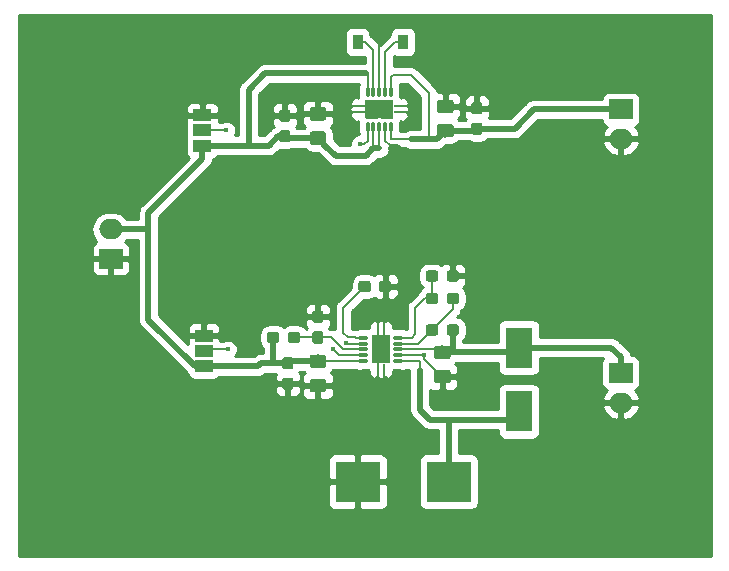
<source format=gtl>
G04 #@! TF.GenerationSoftware,KiCad,Pcbnew,(5.0.0)*
G04 #@! TF.CreationDate,2019-04-27T15:16:20+09:00*
G04 #@! TF.ProjectId,Power_supply_circuit,506F7765725F737570706C795F636972,rev?*
G04 #@! TF.SameCoordinates,Original*
G04 #@! TF.FileFunction,Copper,L1,Top,Signal*
G04 #@! TF.FilePolarity,Positive*
%FSLAX46Y46*%
G04 Gerber Fmt 4.6, Leading zero omitted, Abs format (unit mm)*
G04 Created by KiCad (PCBNEW (5.0.0)) date 04/27/19 15:16:20*
%MOMM*%
%LPD*%
G01*
G04 APERTURE LIST*
G04 #@! TA.AperFunction,SMDPad,CuDef*
%ADD10R,3.800000X3.500000*%
G04 #@! TD*
G04 #@! TA.AperFunction,Conductor*
%ADD11C,0.100000*%
G04 #@! TD*
G04 #@! TA.AperFunction,SMDPad,CuDef*
%ADD12C,0.950000*%
G04 #@! TD*
G04 #@! TA.AperFunction,SMDPad,CuDef*
%ADD13C,1.150000*%
G04 #@! TD*
G04 #@! TA.AperFunction,ComponentPad*
%ADD14R,2.000000X1.700000*%
G04 #@! TD*
G04 #@! TA.AperFunction,ComponentPad*
%ADD15O,2.000000X1.700000*%
G04 #@! TD*
G04 #@! TA.AperFunction,SMDPad,CuDef*
%ADD16R,2.300000X3.500000*%
G04 #@! TD*
G04 #@! TA.AperFunction,SMDPad,CuDef*
%ADD17R,1.500000X1.000000*%
G04 #@! TD*
G04 #@! TA.AperFunction,ComponentPad*
%ADD18C,0.600000*%
G04 #@! TD*
G04 #@! TA.AperFunction,SMDPad,CuDef*
%ADD19O,0.280000X0.850000*%
G04 #@! TD*
G04 #@! TA.AperFunction,SMDPad,CuDef*
%ADD20R,0.280000X0.280000*%
G04 #@! TD*
G04 #@! TA.AperFunction,SMDPad,CuDef*
%ADD21R,2.400000X1.650000*%
G04 #@! TD*
G04 #@! TA.AperFunction,SMDPad,CuDef*
%ADD22R,1.050000X0.680000*%
G04 #@! TD*
G04 #@! TA.AperFunction,SMDPad,CuDef*
%ADD23R,0.500000X0.260000*%
G04 #@! TD*
G04 #@! TA.AperFunction,SMDPad,CuDef*
%ADD24R,0.700000X0.280000*%
G04 #@! TD*
G04 #@! TA.AperFunction,SMDPad,CuDef*
%ADD25O,0.850000X0.280000*%
G04 #@! TD*
G04 #@! TA.AperFunction,SMDPad,CuDef*
%ADD26R,0.680000X1.050000*%
G04 #@! TD*
G04 #@! TA.AperFunction,SMDPad,CuDef*
%ADD27R,0.280000X0.700000*%
G04 #@! TD*
G04 #@! TA.AperFunction,SMDPad,CuDef*
%ADD28R,0.260000X0.500000*%
G04 #@! TD*
G04 #@! TA.AperFunction,SMDPad,CuDef*
%ADD29R,1.650000X2.400000*%
G04 #@! TD*
G04 #@! TA.AperFunction,SMDPad,CuDef*
%ADD30R,0.900000X1.300000*%
G04 #@! TD*
G04 #@! TA.AperFunction,ViaPad*
%ADD31C,0.400000*%
G04 #@! TD*
G04 #@! TA.AperFunction,Conductor*
%ADD32C,0.500000*%
G04 #@! TD*
G04 #@! TA.AperFunction,Conductor*
%ADD33C,0.200000*%
G04 #@! TD*
G04 #@! TA.AperFunction,Conductor*
%ADD34C,0.254000*%
G04 #@! TD*
G04 APERTURE END LIST*
D10*
G04 #@! TO.P,L2,1*
G04 #@! TO.N,Net-(D1-Pad1)*
X92100000Y-110250000D03*
G04 #@! TO.P,L2,2*
G04 #@! TO.N,GND*
X84400000Y-110250000D03*
G04 #@! TD*
D11*
G04 #@! TO.N,GND*
G04 #@! TO.C,C3*
G36*
X94748779Y-78103144D02*
X94771834Y-78106563D01*
X94794443Y-78112227D01*
X94816387Y-78120079D01*
X94837457Y-78130044D01*
X94857448Y-78142026D01*
X94876168Y-78155910D01*
X94893438Y-78171562D01*
X94909090Y-78188832D01*
X94922974Y-78207552D01*
X94934956Y-78227543D01*
X94944921Y-78248613D01*
X94952773Y-78270557D01*
X94958437Y-78293166D01*
X94961856Y-78316221D01*
X94963000Y-78339500D01*
X94963000Y-78914500D01*
X94961856Y-78937779D01*
X94958437Y-78960834D01*
X94952773Y-78983443D01*
X94944921Y-79005387D01*
X94934956Y-79026457D01*
X94922974Y-79046448D01*
X94909090Y-79065168D01*
X94893438Y-79082438D01*
X94876168Y-79098090D01*
X94857448Y-79111974D01*
X94837457Y-79123956D01*
X94816387Y-79133921D01*
X94794443Y-79141773D01*
X94771834Y-79147437D01*
X94748779Y-79150856D01*
X94725500Y-79152000D01*
X94250500Y-79152000D01*
X94227221Y-79150856D01*
X94204166Y-79147437D01*
X94181557Y-79141773D01*
X94159613Y-79133921D01*
X94138543Y-79123956D01*
X94118552Y-79111974D01*
X94099832Y-79098090D01*
X94082562Y-79082438D01*
X94066910Y-79065168D01*
X94053026Y-79046448D01*
X94041044Y-79026457D01*
X94031079Y-79005387D01*
X94023227Y-78983443D01*
X94017563Y-78960834D01*
X94014144Y-78937779D01*
X94013000Y-78914500D01*
X94013000Y-78339500D01*
X94014144Y-78316221D01*
X94017563Y-78293166D01*
X94023227Y-78270557D01*
X94031079Y-78248613D01*
X94041044Y-78227543D01*
X94053026Y-78207552D01*
X94066910Y-78188832D01*
X94082562Y-78171562D01*
X94099832Y-78155910D01*
X94118552Y-78142026D01*
X94138543Y-78130044D01*
X94159613Y-78120079D01*
X94181557Y-78112227D01*
X94204166Y-78106563D01*
X94227221Y-78103144D01*
X94250500Y-78102000D01*
X94725500Y-78102000D01*
X94748779Y-78103144D01*
X94748779Y-78103144D01*
G37*
D12*
G04 #@! TD*
G04 #@! TO.P,C3,2*
G04 #@! TO.N,GND*
X94488000Y-78627000D03*
D11*
G04 #@! TO.N,+3V3*
G04 #@! TO.C,C3*
G36*
X94748779Y-79853144D02*
X94771834Y-79856563D01*
X94794443Y-79862227D01*
X94816387Y-79870079D01*
X94837457Y-79880044D01*
X94857448Y-79892026D01*
X94876168Y-79905910D01*
X94893438Y-79921562D01*
X94909090Y-79938832D01*
X94922974Y-79957552D01*
X94934956Y-79977543D01*
X94944921Y-79998613D01*
X94952773Y-80020557D01*
X94958437Y-80043166D01*
X94961856Y-80066221D01*
X94963000Y-80089500D01*
X94963000Y-80664500D01*
X94961856Y-80687779D01*
X94958437Y-80710834D01*
X94952773Y-80733443D01*
X94944921Y-80755387D01*
X94934956Y-80776457D01*
X94922974Y-80796448D01*
X94909090Y-80815168D01*
X94893438Y-80832438D01*
X94876168Y-80848090D01*
X94857448Y-80861974D01*
X94837457Y-80873956D01*
X94816387Y-80883921D01*
X94794443Y-80891773D01*
X94771834Y-80897437D01*
X94748779Y-80900856D01*
X94725500Y-80902000D01*
X94250500Y-80902000D01*
X94227221Y-80900856D01*
X94204166Y-80897437D01*
X94181557Y-80891773D01*
X94159613Y-80883921D01*
X94138543Y-80873956D01*
X94118552Y-80861974D01*
X94099832Y-80848090D01*
X94082562Y-80832438D01*
X94066910Y-80815168D01*
X94053026Y-80796448D01*
X94041044Y-80776457D01*
X94031079Y-80755387D01*
X94023227Y-80733443D01*
X94017563Y-80710834D01*
X94014144Y-80687779D01*
X94013000Y-80664500D01*
X94013000Y-80089500D01*
X94014144Y-80066221D01*
X94017563Y-80043166D01*
X94023227Y-80020557D01*
X94031079Y-79998613D01*
X94041044Y-79977543D01*
X94053026Y-79957552D01*
X94066910Y-79938832D01*
X94082562Y-79921562D01*
X94099832Y-79905910D01*
X94118552Y-79892026D01*
X94138543Y-79880044D01*
X94159613Y-79870079D01*
X94181557Y-79862227D01*
X94204166Y-79856563D01*
X94227221Y-79853144D01*
X94250500Y-79852000D01*
X94725500Y-79852000D01*
X94748779Y-79853144D01*
X94748779Y-79853144D01*
G37*
D12*
G04 #@! TD*
G04 #@! TO.P,C3,1*
G04 #@! TO.N,+3V3*
X94488000Y-80377000D03*
D11*
G04 #@! TO.N,GND*
G04 #@! TO.C,C5*
G36*
X92752779Y-92363144D02*
X92775834Y-92366563D01*
X92798443Y-92372227D01*
X92820387Y-92380079D01*
X92841457Y-92390044D01*
X92861448Y-92402026D01*
X92880168Y-92415910D01*
X92897438Y-92431562D01*
X92913090Y-92448832D01*
X92926974Y-92467552D01*
X92938956Y-92487543D01*
X92948921Y-92508613D01*
X92956773Y-92530557D01*
X92962437Y-92553166D01*
X92965856Y-92576221D01*
X92967000Y-92599500D01*
X92967000Y-93074500D01*
X92965856Y-93097779D01*
X92962437Y-93120834D01*
X92956773Y-93143443D01*
X92948921Y-93165387D01*
X92938956Y-93186457D01*
X92926974Y-93206448D01*
X92913090Y-93225168D01*
X92897438Y-93242438D01*
X92880168Y-93258090D01*
X92861448Y-93271974D01*
X92841457Y-93283956D01*
X92820387Y-93293921D01*
X92798443Y-93301773D01*
X92775834Y-93307437D01*
X92752779Y-93310856D01*
X92729500Y-93312000D01*
X92154500Y-93312000D01*
X92131221Y-93310856D01*
X92108166Y-93307437D01*
X92085557Y-93301773D01*
X92063613Y-93293921D01*
X92042543Y-93283956D01*
X92022552Y-93271974D01*
X92003832Y-93258090D01*
X91986562Y-93242438D01*
X91970910Y-93225168D01*
X91957026Y-93206448D01*
X91945044Y-93186457D01*
X91935079Y-93165387D01*
X91927227Y-93143443D01*
X91921563Y-93120834D01*
X91918144Y-93097779D01*
X91917000Y-93074500D01*
X91917000Y-92599500D01*
X91918144Y-92576221D01*
X91921563Y-92553166D01*
X91927227Y-92530557D01*
X91935079Y-92508613D01*
X91945044Y-92487543D01*
X91957026Y-92467552D01*
X91970910Y-92448832D01*
X91986562Y-92431562D01*
X92003832Y-92415910D01*
X92022552Y-92402026D01*
X92042543Y-92390044D01*
X92063613Y-92380079D01*
X92085557Y-92372227D01*
X92108166Y-92366563D01*
X92131221Y-92363144D01*
X92154500Y-92362000D01*
X92729500Y-92362000D01*
X92752779Y-92363144D01*
X92752779Y-92363144D01*
G37*
D12*
G04 #@! TD*
G04 #@! TO.P,C5,1*
G04 #@! TO.N,GND*
X92442000Y-92837000D03*
D11*
G04 #@! TO.N,Net-(C5-Pad2)*
G04 #@! TO.C,C5*
G36*
X91002779Y-92363144D02*
X91025834Y-92366563D01*
X91048443Y-92372227D01*
X91070387Y-92380079D01*
X91091457Y-92390044D01*
X91111448Y-92402026D01*
X91130168Y-92415910D01*
X91147438Y-92431562D01*
X91163090Y-92448832D01*
X91176974Y-92467552D01*
X91188956Y-92487543D01*
X91198921Y-92508613D01*
X91206773Y-92530557D01*
X91212437Y-92553166D01*
X91215856Y-92576221D01*
X91217000Y-92599500D01*
X91217000Y-93074500D01*
X91215856Y-93097779D01*
X91212437Y-93120834D01*
X91206773Y-93143443D01*
X91198921Y-93165387D01*
X91188956Y-93186457D01*
X91176974Y-93206448D01*
X91163090Y-93225168D01*
X91147438Y-93242438D01*
X91130168Y-93258090D01*
X91111448Y-93271974D01*
X91091457Y-93283956D01*
X91070387Y-93293921D01*
X91048443Y-93301773D01*
X91025834Y-93307437D01*
X91002779Y-93310856D01*
X90979500Y-93312000D01*
X90404500Y-93312000D01*
X90381221Y-93310856D01*
X90358166Y-93307437D01*
X90335557Y-93301773D01*
X90313613Y-93293921D01*
X90292543Y-93283956D01*
X90272552Y-93271974D01*
X90253832Y-93258090D01*
X90236562Y-93242438D01*
X90220910Y-93225168D01*
X90207026Y-93206448D01*
X90195044Y-93186457D01*
X90185079Y-93165387D01*
X90177227Y-93143443D01*
X90171563Y-93120834D01*
X90168144Y-93097779D01*
X90167000Y-93074500D01*
X90167000Y-92599500D01*
X90168144Y-92576221D01*
X90171563Y-92553166D01*
X90177227Y-92530557D01*
X90185079Y-92508613D01*
X90195044Y-92487543D01*
X90207026Y-92467552D01*
X90220910Y-92448832D01*
X90236562Y-92431562D01*
X90253832Y-92415910D01*
X90272552Y-92402026D01*
X90292543Y-92390044D01*
X90313613Y-92380079D01*
X90335557Y-92372227D01*
X90358166Y-92366563D01*
X90381221Y-92363144D01*
X90404500Y-92362000D01*
X90979500Y-92362000D01*
X91002779Y-92363144D01*
X91002779Y-92363144D01*
G37*
D12*
G04 #@! TD*
G04 #@! TO.P,C5,2*
G04 #@! TO.N,Net-(C5-Pad2)*
X90692000Y-92837000D03*
D11*
G04 #@! TO.N,GND*
G04 #@! TO.C,C6*
G36*
X87037779Y-93252144D02*
X87060834Y-93255563D01*
X87083443Y-93261227D01*
X87105387Y-93269079D01*
X87126457Y-93279044D01*
X87146448Y-93291026D01*
X87165168Y-93304910D01*
X87182438Y-93320562D01*
X87198090Y-93337832D01*
X87211974Y-93356552D01*
X87223956Y-93376543D01*
X87233921Y-93397613D01*
X87241773Y-93419557D01*
X87247437Y-93442166D01*
X87250856Y-93465221D01*
X87252000Y-93488500D01*
X87252000Y-93963500D01*
X87250856Y-93986779D01*
X87247437Y-94009834D01*
X87241773Y-94032443D01*
X87233921Y-94054387D01*
X87223956Y-94075457D01*
X87211974Y-94095448D01*
X87198090Y-94114168D01*
X87182438Y-94131438D01*
X87165168Y-94147090D01*
X87146448Y-94160974D01*
X87126457Y-94172956D01*
X87105387Y-94182921D01*
X87083443Y-94190773D01*
X87060834Y-94196437D01*
X87037779Y-94199856D01*
X87014500Y-94201000D01*
X86439500Y-94201000D01*
X86416221Y-94199856D01*
X86393166Y-94196437D01*
X86370557Y-94190773D01*
X86348613Y-94182921D01*
X86327543Y-94172956D01*
X86307552Y-94160974D01*
X86288832Y-94147090D01*
X86271562Y-94131438D01*
X86255910Y-94114168D01*
X86242026Y-94095448D01*
X86230044Y-94075457D01*
X86220079Y-94054387D01*
X86212227Y-94032443D01*
X86206563Y-94009834D01*
X86203144Y-93986779D01*
X86202000Y-93963500D01*
X86202000Y-93488500D01*
X86203144Y-93465221D01*
X86206563Y-93442166D01*
X86212227Y-93419557D01*
X86220079Y-93397613D01*
X86230044Y-93376543D01*
X86242026Y-93356552D01*
X86255910Y-93337832D01*
X86271562Y-93320562D01*
X86288832Y-93304910D01*
X86307552Y-93291026D01*
X86327543Y-93279044D01*
X86348613Y-93269079D01*
X86370557Y-93261227D01*
X86393166Y-93255563D01*
X86416221Y-93252144D01*
X86439500Y-93251000D01*
X87014500Y-93251000D01*
X87037779Y-93252144D01*
X87037779Y-93252144D01*
G37*
D12*
G04 #@! TD*
G04 #@! TO.P,C6,2*
G04 #@! TO.N,GND*
X86727000Y-93726000D03*
D11*
G04 #@! TO.N,Net-(C6-Pad1)*
G04 #@! TO.C,C6*
G36*
X85287779Y-93252144D02*
X85310834Y-93255563D01*
X85333443Y-93261227D01*
X85355387Y-93269079D01*
X85376457Y-93279044D01*
X85396448Y-93291026D01*
X85415168Y-93304910D01*
X85432438Y-93320562D01*
X85448090Y-93337832D01*
X85461974Y-93356552D01*
X85473956Y-93376543D01*
X85483921Y-93397613D01*
X85491773Y-93419557D01*
X85497437Y-93442166D01*
X85500856Y-93465221D01*
X85502000Y-93488500D01*
X85502000Y-93963500D01*
X85500856Y-93986779D01*
X85497437Y-94009834D01*
X85491773Y-94032443D01*
X85483921Y-94054387D01*
X85473956Y-94075457D01*
X85461974Y-94095448D01*
X85448090Y-94114168D01*
X85432438Y-94131438D01*
X85415168Y-94147090D01*
X85396448Y-94160974D01*
X85376457Y-94172956D01*
X85355387Y-94182921D01*
X85333443Y-94190773D01*
X85310834Y-94196437D01*
X85287779Y-94199856D01*
X85264500Y-94201000D01*
X84689500Y-94201000D01*
X84666221Y-94199856D01*
X84643166Y-94196437D01*
X84620557Y-94190773D01*
X84598613Y-94182921D01*
X84577543Y-94172956D01*
X84557552Y-94160974D01*
X84538832Y-94147090D01*
X84521562Y-94131438D01*
X84505910Y-94114168D01*
X84492026Y-94095448D01*
X84480044Y-94075457D01*
X84470079Y-94054387D01*
X84462227Y-94032443D01*
X84456563Y-94009834D01*
X84453144Y-93986779D01*
X84452000Y-93963500D01*
X84452000Y-93488500D01*
X84453144Y-93465221D01*
X84456563Y-93442166D01*
X84462227Y-93419557D01*
X84470079Y-93397613D01*
X84480044Y-93376543D01*
X84492026Y-93356552D01*
X84505910Y-93337832D01*
X84521562Y-93320562D01*
X84538832Y-93304910D01*
X84557552Y-93291026D01*
X84577543Y-93279044D01*
X84598613Y-93269079D01*
X84620557Y-93261227D01*
X84643166Y-93255563D01*
X84666221Y-93252144D01*
X84689500Y-93251000D01*
X85264500Y-93251000D01*
X85287779Y-93252144D01*
X85287779Y-93252144D01*
G37*
D12*
G04 #@! TD*
G04 #@! TO.P,C6,1*
G04 #@! TO.N,Net-(C6-Pad1)*
X84977000Y-93726000D03*
D11*
G04 #@! TO.N,+BATT*
G04 #@! TO.C,C7*
G36*
X78746779Y-99693144D02*
X78769834Y-99696563D01*
X78792443Y-99702227D01*
X78814387Y-99710079D01*
X78835457Y-99720044D01*
X78855448Y-99732026D01*
X78874168Y-99745910D01*
X78891438Y-99761562D01*
X78907090Y-99778832D01*
X78920974Y-99797552D01*
X78932956Y-99817543D01*
X78942921Y-99838613D01*
X78950773Y-99860557D01*
X78956437Y-99883166D01*
X78959856Y-99906221D01*
X78961000Y-99929500D01*
X78961000Y-100504500D01*
X78959856Y-100527779D01*
X78956437Y-100550834D01*
X78950773Y-100573443D01*
X78942921Y-100595387D01*
X78932956Y-100616457D01*
X78920974Y-100636448D01*
X78907090Y-100655168D01*
X78891438Y-100672438D01*
X78874168Y-100688090D01*
X78855448Y-100701974D01*
X78835457Y-100713956D01*
X78814387Y-100723921D01*
X78792443Y-100731773D01*
X78769834Y-100737437D01*
X78746779Y-100740856D01*
X78723500Y-100742000D01*
X78248500Y-100742000D01*
X78225221Y-100740856D01*
X78202166Y-100737437D01*
X78179557Y-100731773D01*
X78157613Y-100723921D01*
X78136543Y-100713956D01*
X78116552Y-100701974D01*
X78097832Y-100688090D01*
X78080562Y-100672438D01*
X78064910Y-100655168D01*
X78051026Y-100636448D01*
X78039044Y-100616457D01*
X78029079Y-100595387D01*
X78021227Y-100573443D01*
X78015563Y-100550834D01*
X78012144Y-100527779D01*
X78011000Y-100504500D01*
X78011000Y-99929500D01*
X78012144Y-99906221D01*
X78015563Y-99883166D01*
X78021227Y-99860557D01*
X78029079Y-99838613D01*
X78039044Y-99817543D01*
X78051026Y-99797552D01*
X78064910Y-99778832D01*
X78080562Y-99761562D01*
X78097832Y-99745910D01*
X78116552Y-99732026D01*
X78136543Y-99720044D01*
X78157613Y-99710079D01*
X78179557Y-99702227D01*
X78202166Y-99696563D01*
X78225221Y-99693144D01*
X78248500Y-99692000D01*
X78723500Y-99692000D01*
X78746779Y-99693144D01*
X78746779Y-99693144D01*
G37*
D12*
G04 #@! TD*
G04 #@! TO.P,C7,1*
G04 #@! TO.N,+BATT*
X78486000Y-100217000D03*
D11*
G04 #@! TO.N,GND*
G04 #@! TO.C,C7*
G36*
X78746779Y-101443144D02*
X78769834Y-101446563D01*
X78792443Y-101452227D01*
X78814387Y-101460079D01*
X78835457Y-101470044D01*
X78855448Y-101482026D01*
X78874168Y-101495910D01*
X78891438Y-101511562D01*
X78907090Y-101528832D01*
X78920974Y-101547552D01*
X78932956Y-101567543D01*
X78942921Y-101588613D01*
X78950773Y-101610557D01*
X78956437Y-101633166D01*
X78959856Y-101656221D01*
X78961000Y-101679500D01*
X78961000Y-102254500D01*
X78959856Y-102277779D01*
X78956437Y-102300834D01*
X78950773Y-102323443D01*
X78942921Y-102345387D01*
X78932956Y-102366457D01*
X78920974Y-102386448D01*
X78907090Y-102405168D01*
X78891438Y-102422438D01*
X78874168Y-102438090D01*
X78855448Y-102451974D01*
X78835457Y-102463956D01*
X78814387Y-102473921D01*
X78792443Y-102481773D01*
X78769834Y-102487437D01*
X78746779Y-102490856D01*
X78723500Y-102492000D01*
X78248500Y-102492000D01*
X78225221Y-102490856D01*
X78202166Y-102487437D01*
X78179557Y-102481773D01*
X78157613Y-102473921D01*
X78136543Y-102463956D01*
X78116552Y-102451974D01*
X78097832Y-102438090D01*
X78080562Y-102422438D01*
X78064910Y-102405168D01*
X78051026Y-102386448D01*
X78039044Y-102366457D01*
X78029079Y-102345387D01*
X78021227Y-102323443D01*
X78015563Y-102300834D01*
X78012144Y-102277779D01*
X78011000Y-102254500D01*
X78011000Y-101679500D01*
X78012144Y-101656221D01*
X78015563Y-101633166D01*
X78021227Y-101610557D01*
X78029079Y-101588613D01*
X78039044Y-101567543D01*
X78051026Y-101547552D01*
X78064910Y-101528832D01*
X78080562Y-101511562D01*
X78097832Y-101495910D01*
X78116552Y-101482026D01*
X78136543Y-101470044D01*
X78157613Y-101460079D01*
X78179557Y-101452227D01*
X78202166Y-101446563D01*
X78225221Y-101443144D01*
X78248500Y-101442000D01*
X78723500Y-101442000D01*
X78746779Y-101443144D01*
X78746779Y-101443144D01*
G37*
D12*
G04 #@! TD*
G04 #@! TO.P,C7,2*
G04 #@! TO.N,GND*
X78486000Y-101967000D03*
D11*
G04 #@! TO.N,GND*
G04 #@! TO.C,C9*
G36*
X81286779Y-95770144D02*
X81309834Y-95773563D01*
X81332443Y-95779227D01*
X81354387Y-95787079D01*
X81375457Y-95797044D01*
X81395448Y-95809026D01*
X81414168Y-95822910D01*
X81431438Y-95838562D01*
X81447090Y-95855832D01*
X81460974Y-95874552D01*
X81472956Y-95894543D01*
X81482921Y-95915613D01*
X81490773Y-95937557D01*
X81496437Y-95960166D01*
X81499856Y-95983221D01*
X81501000Y-96006500D01*
X81501000Y-96581500D01*
X81499856Y-96604779D01*
X81496437Y-96627834D01*
X81490773Y-96650443D01*
X81482921Y-96672387D01*
X81472956Y-96693457D01*
X81460974Y-96713448D01*
X81447090Y-96732168D01*
X81431438Y-96749438D01*
X81414168Y-96765090D01*
X81395448Y-96778974D01*
X81375457Y-96790956D01*
X81354387Y-96800921D01*
X81332443Y-96808773D01*
X81309834Y-96814437D01*
X81286779Y-96817856D01*
X81263500Y-96819000D01*
X80788500Y-96819000D01*
X80765221Y-96817856D01*
X80742166Y-96814437D01*
X80719557Y-96808773D01*
X80697613Y-96800921D01*
X80676543Y-96790956D01*
X80656552Y-96778974D01*
X80637832Y-96765090D01*
X80620562Y-96749438D01*
X80604910Y-96732168D01*
X80591026Y-96713448D01*
X80579044Y-96693457D01*
X80569079Y-96672387D01*
X80561227Y-96650443D01*
X80555563Y-96627834D01*
X80552144Y-96604779D01*
X80551000Y-96581500D01*
X80551000Y-96006500D01*
X80552144Y-95983221D01*
X80555563Y-95960166D01*
X80561227Y-95937557D01*
X80569079Y-95915613D01*
X80579044Y-95894543D01*
X80591026Y-95874552D01*
X80604910Y-95855832D01*
X80620562Y-95838562D01*
X80637832Y-95822910D01*
X80656552Y-95809026D01*
X80676543Y-95797044D01*
X80697613Y-95787079D01*
X80719557Y-95779227D01*
X80742166Y-95773563D01*
X80765221Y-95770144D01*
X80788500Y-95769000D01*
X81263500Y-95769000D01*
X81286779Y-95770144D01*
X81286779Y-95770144D01*
G37*
D12*
G04 #@! TD*
G04 #@! TO.P,C9,2*
G04 #@! TO.N,GND*
X81026000Y-96294000D03*
D11*
G04 #@! TO.N,Net-(C9-Pad1)*
G04 #@! TO.C,C9*
G36*
X81286779Y-97520144D02*
X81309834Y-97523563D01*
X81332443Y-97529227D01*
X81354387Y-97537079D01*
X81375457Y-97547044D01*
X81395448Y-97559026D01*
X81414168Y-97572910D01*
X81431438Y-97588562D01*
X81447090Y-97605832D01*
X81460974Y-97624552D01*
X81472956Y-97644543D01*
X81482921Y-97665613D01*
X81490773Y-97687557D01*
X81496437Y-97710166D01*
X81499856Y-97733221D01*
X81501000Y-97756500D01*
X81501000Y-98331500D01*
X81499856Y-98354779D01*
X81496437Y-98377834D01*
X81490773Y-98400443D01*
X81482921Y-98422387D01*
X81472956Y-98443457D01*
X81460974Y-98463448D01*
X81447090Y-98482168D01*
X81431438Y-98499438D01*
X81414168Y-98515090D01*
X81395448Y-98528974D01*
X81375457Y-98540956D01*
X81354387Y-98550921D01*
X81332443Y-98558773D01*
X81309834Y-98564437D01*
X81286779Y-98567856D01*
X81263500Y-98569000D01*
X80788500Y-98569000D01*
X80765221Y-98567856D01*
X80742166Y-98564437D01*
X80719557Y-98558773D01*
X80697613Y-98550921D01*
X80676543Y-98540956D01*
X80656552Y-98528974D01*
X80637832Y-98515090D01*
X80620562Y-98499438D01*
X80604910Y-98482168D01*
X80591026Y-98463448D01*
X80579044Y-98443457D01*
X80569079Y-98422387D01*
X80561227Y-98400443D01*
X80555563Y-98377834D01*
X80552144Y-98354779D01*
X80551000Y-98331500D01*
X80551000Y-97756500D01*
X80552144Y-97733221D01*
X80555563Y-97710166D01*
X80561227Y-97687557D01*
X80569079Y-97665613D01*
X80579044Y-97644543D01*
X80591026Y-97624552D01*
X80604910Y-97605832D01*
X80620562Y-97588562D01*
X80637832Y-97572910D01*
X80656552Y-97559026D01*
X80676543Y-97547044D01*
X80697613Y-97537079D01*
X80719557Y-97529227D01*
X80742166Y-97523563D01*
X80765221Y-97520144D01*
X80788500Y-97519000D01*
X81263500Y-97519000D01*
X81286779Y-97520144D01*
X81286779Y-97520144D01*
G37*
D12*
G04 #@! TD*
G04 #@! TO.P,C9,1*
G04 #@! TO.N,Net-(C9-Pad1)*
X81026000Y-98044000D03*
D11*
G04 #@! TO.N,+BATT*
G04 #@! TO.C,C1*
G36*
X78492779Y-80488144D02*
X78515834Y-80491563D01*
X78538443Y-80497227D01*
X78560387Y-80505079D01*
X78581457Y-80515044D01*
X78601448Y-80527026D01*
X78620168Y-80540910D01*
X78637438Y-80556562D01*
X78653090Y-80573832D01*
X78666974Y-80592552D01*
X78678956Y-80612543D01*
X78688921Y-80633613D01*
X78696773Y-80655557D01*
X78702437Y-80678166D01*
X78705856Y-80701221D01*
X78707000Y-80724500D01*
X78707000Y-81299500D01*
X78705856Y-81322779D01*
X78702437Y-81345834D01*
X78696773Y-81368443D01*
X78688921Y-81390387D01*
X78678956Y-81411457D01*
X78666974Y-81431448D01*
X78653090Y-81450168D01*
X78637438Y-81467438D01*
X78620168Y-81483090D01*
X78601448Y-81496974D01*
X78581457Y-81508956D01*
X78560387Y-81518921D01*
X78538443Y-81526773D01*
X78515834Y-81532437D01*
X78492779Y-81535856D01*
X78469500Y-81537000D01*
X77994500Y-81537000D01*
X77971221Y-81535856D01*
X77948166Y-81532437D01*
X77925557Y-81526773D01*
X77903613Y-81518921D01*
X77882543Y-81508956D01*
X77862552Y-81496974D01*
X77843832Y-81483090D01*
X77826562Y-81467438D01*
X77810910Y-81450168D01*
X77797026Y-81431448D01*
X77785044Y-81411457D01*
X77775079Y-81390387D01*
X77767227Y-81368443D01*
X77761563Y-81345834D01*
X77758144Y-81322779D01*
X77757000Y-81299500D01*
X77757000Y-80724500D01*
X77758144Y-80701221D01*
X77761563Y-80678166D01*
X77767227Y-80655557D01*
X77775079Y-80633613D01*
X77785044Y-80612543D01*
X77797026Y-80592552D01*
X77810910Y-80573832D01*
X77826562Y-80556562D01*
X77843832Y-80540910D01*
X77862552Y-80527026D01*
X77882543Y-80515044D01*
X77903613Y-80505079D01*
X77925557Y-80497227D01*
X77948166Y-80491563D01*
X77971221Y-80488144D01*
X77994500Y-80487000D01*
X78469500Y-80487000D01*
X78492779Y-80488144D01*
X78492779Y-80488144D01*
G37*
D12*
G04 #@! TD*
G04 #@! TO.P,C1,1*
G04 #@! TO.N,+BATT*
X78232000Y-81012000D03*
D11*
G04 #@! TO.N,GND*
G04 #@! TO.C,C1*
G36*
X78492779Y-78738144D02*
X78515834Y-78741563D01*
X78538443Y-78747227D01*
X78560387Y-78755079D01*
X78581457Y-78765044D01*
X78601448Y-78777026D01*
X78620168Y-78790910D01*
X78637438Y-78806562D01*
X78653090Y-78823832D01*
X78666974Y-78842552D01*
X78678956Y-78862543D01*
X78688921Y-78883613D01*
X78696773Y-78905557D01*
X78702437Y-78928166D01*
X78705856Y-78951221D01*
X78707000Y-78974500D01*
X78707000Y-79549500D01*
X78705856Y-79572779D01*
X78702437Y-79595834D01*
X78696773Y-79618443D01*
X78688921Y-79640387D01*
X78678956Y-79661457D01*
X78666974Y-79681448D01*
X78653090Y-79700168D01*
X78637438Y-79717438D01*
X78620168Y-79733090D01*
X78601448Y-79746974D01*
X78581457Y-79758956D01*
X78560387Y-79768921D01*
X78538443Y-79776773D01*
X78515834Y-79782437D01*
X78492779Y-79785856D01*
X78469500Y-79787000D01*
X77994500Y-79787000D01*
X77971221Y-79785856D01*
X77948166Y-79782437D01*
X77925557Y-79776773D01*
X77903613Y-79768921D01*
X77882543Y-79758956D01*
X77862552Y-79746974D01*
X77843832Y-79733090D01*
X77826562Y-79717438D01*
X77810910Y-79700168D01*
X77797026Y-79681448D01*
X77785044Y-79661457D01*
X77775079Y-79640387D01*
X77767227Y-79618443D01*
X77761563Y-79595834D01*
X77758144Y-79572779D01*
X77757000Y-79549500D01*
X77757000Y-78974500D01*
X77758144Y-78951221D01*
X77761563Y-78928166D01*
X77767227Y-78905557D01*
X77775079Y-78883613D01*
X77785044Y-78862543D01*
X77797026Y-78842552D01*
X77810910Y-78823832D01*
X77826562Y-78806562D01*
X77843832Y-78790910D01*
X77862552Y-78777026D01*
X77882543Y-78765044D01*
X77903613Y-78755079D01*
X77925557Y-78747227D01*
X77948166Y-78741563D01*
X77971221Y-78738144D01*
X77994500Y-78737000D01*
X78469500Y-78737000D01*
X78492779Y-78738144D01*
X78492779Y-78738144D01*
G37*
D12*
G04 #@! TD*
G04 #@! TO.P,C1,2*
G04 #@! TO.N,GND*
X78232000Y-79262000D03*
D11*
G04 #@! TO.N,GND*
G04 #@! TO.C,C2*
G36*
X81500505Y-78547204D02*
X81524773Y-78550804D01*
X81548572Y-78556765D01*
X81571671Y-78565030D01*
X81593850Y-78575520D01*
X81614893Y-78588132D01*
X81634599Y-78602747D01*
X81652777Y-78619223D01*
X81669253Y-78637401D01*
X81683868Y-78657107D01*
X81696480Y-78678150D01*
X81706970Y-78700329D01*
X81715235Y-78723428D01*
X81721196Y-78747227D01*
X81724796Y-78771495D01*
X81726000Y-78795999D01*
X81726000Y-79446001D01*
X81724796Y-79470505D01*
X81721196Y-79494773D01*
X81715235Y-79518572D01*
X81706970Y-79541671D01*
X81696480Y-79563850D01*
X81683868Y-79584893D01*
X81669253Y-79604599D01*
X81652777Y-79622777D01*
X81634599Y-79639253D01*
X81614893Y-79653868D01*
X81593850Y-79666480D01*
X81571671Y-79676970D01*
X81548572Y-79685235D01*
X81524773Y-79691196D01*
X81500505Y-79694796D01*
X81476001Y-79696000D01*
X80575999Y-79696000D01*
X80551495Y-79694796D01*
X80527227Y-79691196D01*
X80503428Y-79685235D01*
X80480329Y-79676970D01*
X80458150Y-79666480D01*
X80437107Y-79653868D01*
X80417401Y-79639253D01*
X80399223Y-79622777D01*
X80382747Y-79604599D01*
X80368132Y-79584893D01*
X80355520Y-79563850D01*
X80345030Y-79541671D01*
X80336765Y-79518572D01*
X80330804Y-79494773D01*
X80327204Y-79470505D01*
X80326000Y-79446001D01*
X80326000Y-78795999D01*
X80327204Y-78771495D01*
X80330804Y-78747227D01*
X80336765Y-78723428D01*
X80345030Y-78700329D01*
X80355520Y-78678150D01*
X80368132Y-78657107D01*
X80382747Y-78637401D01*
X80399223Y-78619223D01*
X80417401Y-78602747D01*
X80437107Y-78588132D01*
X80458150Y-78575520D01*
X80480329Y-78565030D01*
X80503428Y-78556765D01*
X80527227Y-78550804D01*
X80551495Y-78547204D01*
X80575999Y-78546000D01*
X81476001Y-78546000D01*
X81500505Y-78547204D01*
X81500505Y-78547204D01*
G37*
D13*
G04 #@! TD*
G04 #@! TO.P,C2,2*
G04 #@! TO.N,GND*
X81026000Y-79121000D03*
D11*
G04 #@! TO.N,+BATT*
G04 #@! TO.C,C2*
G36*
X81500505Y-80597204D02*
X81524773Y-80600804D01*
X81548572Y-80606765D01*
X81571671Y-80615030D01*
X81593850Y-80625520D01*
X81614893Y-80638132D01*
X81634599Y-80652747D01*
X81652777Y-80669223D01*
X81669253Y-80687401D01*
X81683868Y-80707107D01*
X81696480Y-80728150D01*
X81706970Y-80750329D01*
X81715235Y-80773428D01*
X81721196Y-80797227D01*
X81724796Y-80821495D01*
X81726000Y-80845999D01*
X81726000Y-81496001D01*
X81724796Y-81520505D01*
X81721196Y-81544773D01*
X81715235Y-81568572D01*
X81706970Y-81591671D01*
X81696480Y-81613850D01*
X81683868Y-81634893D01*
X81669253Y-81654599D01*
X81652777Y-81672777D01*
X81634599Y-81689253D01*
X81614893Y-81703868D01*
X81593850Y-81716480D01*
X81571671Y-81726970D01*
X81548572Y-81735235D01*
X81524773Y-81741196D01*
X81500505Y-81744796D01*
X81476001Y-81746000D01*
X80575999Y-81746000D01*
X80551495Y-81744796D01*
X80527227Y-81741196D01*
X80503428Y-81735235D01*
X80480329Y-81726970D01*
X80458150Y-81716480D01*
X80437107Y-81703868D01*
X80417401Y-81689253D01*
X80399223Y-81672777D01*
X80382747Y-81654599D01*
X80368132Y-81634893D01*
X80355520Y-81613850D01*
X80345030Y-81591671D01*
X80336765Y-81568572D01*
X80330804Y-81544773D01*
X80327204Y-81520505D01*
X80326000Y-81496001D01*
X80326000Y-80845999D01*
X80327204Y-80821495D01*
X80330804Y-80797227D01*
X80336765Y-80773428D01*
X80345030Y-80750329D01*
X80355520Y-80728150D01*
X80368132Y-80707107D01*
X80382747Y-80687401D01*
X80399223Y-80669223D01*
X80417401Y-80652747D01*
X80437107Y-80638132D01*
X80458150Y-80625520D01*
X80480329Y-80615030D01*
X80503428Y-80606765D01*
X80527227Y-80600804D01*
X80551495Y-80597204D01*
X80575999Y-80596000D01*
X81476001Y-80596000D01*
X81500505Y-80597204D01*
X81500505Y-80597204D01*
G37*
D13*
G04 #@! TD*
G04 #@! TO.P,C2,1*
G04 #@! TO.N,+BATT*
X81026000Y-81171000D03*
D11*
G04 #@! TO.N,+3V3*
G04 #@! TO.C,C4*
G36*
X92295505Y-79962204D02*
X92319773Y-79965804D01*
X92343572Y-79971765D01*
X92366671Y-79980030D01*
X92388850Y-79990520D01*
X92409893Y-80003132D01*
X92429599Y-80017747D01*
X92447777Y-80034223D01*
X92464253Y-80052401D01*
X92478868Y-80072107D01*
X92491480Y-80093150D01*
X92501970Y-80115329D01*
X92510235Y-80138428D01*
X92516196Y-80162227D01*
X92519796Y-80186495D01*
X92521000Y-80210999D01*
X92521000Y-80861001D01*
X92519796Y-80885505D01*
X92516196Y-80909773D01*
X92510235Y-80933572D01*
X92501970Y-80956671D01*
X92491480Y-80978850D01*
X92478868Y-80999893D01*
X92464253Y-81019599D01*
X92447777Y-81037777D01*
X92429599Y-81054253D01*
X92409893Y-81068868D01*
X92388850Y-81081480D01*
X92366671Y-81091970D01*
X92343572Y-81100235D01*
X92319773Y-81106196D01*
X92295505Y-81109796D01*
X92271001Y-81111000D01*
X91370999Y-81111000D01*
X91346495Y-81109796D01*
X91322227Y-81106196D01*
X91298428Y-81100235D01*
X91275329Y-81091970D01*
X91253150Y-81081480D01*
X91232107Y-81068868D01*
X91212401Y-81054253D01*
X91194223Y-81037777D01*
X91177747Y-81019599D01*
X91163132Y-80999893D01*
X91150520Y-80978850D01*
X91140030Y-80956671D01*
X91131765Y-80933572D01*
X91125804Y-80909773D01*
X91122204Y-80885505D01*
X91121000Y-80861001D01*
X91121000Y-80210999D01*
X91122204Y-80186495D01*
X91125804Y-80162227D01*
X91131765Y-80138428D01*
X91140030Y-80115329D01*
X91150520Y-80093150D01*
X91163132Y-80072107D01*
X91177747Y-80052401D01*
X91194223Y-80034223D01*
X91212401Y-80017747D01*
X91232107Y-80003132D01*
X91253150Y-79990520D01*
X91275329Y-79980030D01*
X91298428Y-79971765D01*
X91322227Y-79965804D01*
X91346495Y-79962204D01*
X91370999Y-79961000D01*
X92271001Y-79961000D01*
X92295505Y-79962204D01*
X92295505Y-79962204D01*
G37*
D13*
G04 #@! TD*
G04 #@! TO.P,C4,1*
G04 #@! TO.N,+3V3*
X91821000Y-80536000D03*
D11*
G04 #@! TO.N,GND*
G04 #@! TO.C,C4*
G36*
X92295505Y-77912204D02*
X92319773Y-77915804D01*
X92343572Y-77921765D01*
X92366671Y-77930030D01*
X92388850Y-77940520D01*
X92409893Y-77953132D01*
X92429599Y-77967747D01*
X92447777Y-77984223D01*
X92464253Y-78002401D01*
X92478868Y-78022107D01*
X92491480Y-78043150D01*
X92501970Y-78065329D01*
X92510235Y-78088428D01*
X92516196Y-78112227D01*
X92519796Y-78136495D01*
X92521000Y-78160999D01*
X92521000Y-78811001D01*
X92519796Y-78835505D01*
X92516196Y-78859773D01*
X92510235Y-78883572D01*
X92501970Y-78906671D01*
X92491480Y-78928850D01*
X92478868Y-78949893D01*
X92464253Y-78969599D01*
X92447777Y-78987777D01*
X92429599Y-79004253D01*
X92409893Y-79018868D01*
X92388850Y-79031480D01*
X92366671Y-79041970D01*
X92343572Y-79050235D01*
X92319773Y-79056196D01*
X92295505Y-79059796D01*
X92271001Y-79061000D01*
X91370999Y-79061000D01*
X91346495Y-79059796D01*
X91322227Y-79056196D01*
X91298428Y-79050235D01*
X91275329Y-79041970D01*
X91253150Y-79031480D01*
X91232107Y-79018868D01*
X91212401Y-79004253D01*
X91194223Y-78987777D01*
X91177747Y-78969599D01*
X91163132Y-78949893D01*
X91150520Y-78928850D01*
X91140030Y-78906671D01*
X91131765Y-78883572D01*
X91125804Y-78859773D01*
X91122204Y-78835505D01*
X91121000Y-78811001D01*
X91121000Y-78160999D01*
X91122204Y-78136495D01*
X91125804Y-78112227D01*
X91131765Y-78088428D01*
X91140030Y-78065329D01*
X91150520Y-78043150D01*
X91163132Y-78022107D01*
X91177747Y-78002401D01*
X91194223Y-77984223D01*
X91212401Y-77967747D01*
X91232107Y-77953132D01*
X91253150Y-77940520D01*
X91275329Y-77930030D01*
X91298428Y-77921765D01*
X91322227Y-77915804D01*
X91346495Y-77912204D01*
X91370999Y-77911000D01*
X92271001Y-77911000D01*
X92295505Y-77912204D01*
X92295505Y-77912204D01*
G37*
D13*
G04 #@! TD*
G04 #@! TO.P,C4,2*
G04 #@! TO.N,GND*
X91821000Y-78486000D03*
D11*
G04 #@! TO.N,GND*
G04 #@! TO.C,C8*
G36*
X81500505Y-101543204D02*
X81524773Y-101546804D01*
X81548572Y-101552765D01*
X81571671Y-101561030D01*
X81593850Y-101571520D01*
X81614893Y-101584132D01*
X81634599Y-101598747D01*
X81652777Y-101615223D01*
X81669253Y-101633401D01*
X81683868Y-101653107D01*
X81696480Y-101674150D01*
X81706970Y-101696329D01*
X81715235Y-101719428D01*
X81721196Y-101743227D01*
X81724796Y-101767495D01*
X81726000Y-101791999D01*
X81726000Y-102442001D01*
X81724796Y-102466505D01*
X81721196Y-102490773D01*
X81715235Y-102514572D01*
X81706970Y-102537671D01*
X81696480Y-102559850D01*
X81683868Y-102580893D01*
X81669253Y-102600599D01*
X81652777Y-102618777D01*
X81634599Y-102635253D01*
X81614893Y-102649868D01*
X81593850Y-102662480D01*
X81571671Y-102672970D01*
X81548572Y-102681235D01*
X81524773Y-102687196D01*
X81500505Y-102690796D01*
X81476001Y-102692000D01*
X80575999Y-102692000D01*
X80551495Y-102690796D01*
X80527227Y-102687196D01*
X80503428Y-102681235D01*
X80480329Y-102672970D01*
X80458150Y-102662480D01*
X80437107Y-102649868D01*
X80417401Y-102635253D01*
X80399223Y-102618777D01*
X80382747Y-102600599D01*
X80368132Y-102580893D01*
X80355520Y-102559850D01*
X80345030Y-102537671D01*
X80336765Y-102514572D01*
X80330804Y-102490773D01*
X80327204Y-102466505D01*
X80326000Y-102442001D01*
X80326000Y-101791999D01*
X80327204Y-101767495D01*
X80330804Y-101743227D01*
X80336765Y-101719428D01*
X80345030Y-101696329D01*
X80355520Y-101674150D01*
X80368132Y-101653107D01*
X80382747Y-101633401D01*
X80399223Y-101615223D01*
X80417401Y-101598747D01*
X80437107Y-101584132D01*
X80458150Y-101571520D01*
X80480329Y-101561030D01*
X80503428Y-101552765D01*
X80527227Y-101546804D01*
X80551495Y-101543204D01*
X80575999Y-101542000D01*
X81476001Y-101542000D01*
X81500505Y-101543204D01*
X81500505Y-101543204D01*
G37*
D13*
G04 #@! TD*
G04 #@! TO.P,C8,2*
G04 #@! TO.N,GND*
X81026000Y-102117000D03*
D11*
G04 #@! TO.N,+BATT*
G04 #@! TO.C,C8*
G36*
X81500505Y-99493204D02*
X81524773Y-99496804D01*
X81548572Y-99502765D01*
X81571671Y-99511030D01*
X81593850Y-99521520D01*
X81614893Y-99534132D01*
X81634599Y-99548747D01*
X81652777Y-99565223D01*
X81669253Y-99583401D01*
X81683868Y-99603107D01*
X81696480Y-99624150D01*
X81706970Y-99646329D01*
X81715235Y-99669428D01*
X81721196Y-99693227D01*
X81724796Y-99717495D01*
X81726000Y-99741999D01*
X81726000Y-100392001D01*
X81724796Y-100416505D01*
X81721196Y-100440773D01*
X81715235Y-100464572D01*
X81706970Y-100487671D01*
X81696480Y-100509850D01*
X81683868Y-100530893D01*
X81669253Y-100550599D01*
X81652777Y-100568777D01*
X81634599Y-100585253D01*
X81614893Y-100599868D01*
X81593850Y-100612480D01*
X81571671Y-100622970D01*
X81548572Y-100631235D01*
X81524773Y-100637196D01*
X81500505Y-100640796D01*
X81476001Y-100642000D01*
X80575999Y-100642000D01*
X80551495Y-100640796D01*
X80527227Y-100637196D01*
X80503428Y-100631235D01*
X80480329Y-100622970D01*
X80458150Y-100612480D01*
X80437107Y-100599868D01*
X80417401Y-100585253D01*
X80399223Y-100568777D01*
X80382747Y-100550599D01*
X80368132Y-100530893D01*
X80355520Y-100509850D01*
X80345030Y-100487671D01*
X80336765Y-100464572D01*
X80330804Y-100440773D01*
X80327204Y-100416505D01*
X80326000Y-100392001D01*
X80326000Y-99741999D01*
X80327204Y-99717495D01*
X80330804Y-99693227D01*
X80336765Y-99669428D01*
X80345030Y-99646329D01*
X80355520Y-99624150D01*
X80368132Y-99603107D01*
X80382747Y-99583401D01*
X80399223Y-99565223D01*
X80417401Y-99548747D01*
X80437107Y-99534132D01*
X80458150Y-99521520D01*
X80480329Y-99511030D01*
X80503428Y-99502765D01*
X80527227Y-99496804D01*
X80551495Y-99493204D01*
X80575999Y-99492000D01*
X81476001Y-99492000D01*
X81500505Y-99493204D01*
X81500505Y-99493204D01*
G37*
D13*
G04 #@! TD*
G04 #@! TO.P,C8,1*
G04 #@! TO.N,+BATT*
X81026000Y-100067000D03*
D11*
G04 #@! TO.N,-3V3*
G04 #@! TO.C,C10*
G36*
X92041505Y-98731204D02*
X92065773Y-98734804D01*
X92089572Y-98740765D01*
X92112671Y-98749030D01*
X92134850Y-98759520D01*
X92155893Y-98772132D01*
X92175599Y-98786747D01*
X92193777Y-98803223D01*
X92210253Y-98821401D01*
X92224868Y-98841107D01*
X92237480Y-98862150D01*
X92247970Y-98884329D01*
X92256235Y-98907428D01*
X92262196Y-98931227D01*
X92265796Y-98955495D01*
X92267000Y-98979999D01*
X92267000Y-99630001D01*
X92265796Y-99654505D01*
X92262196Y-99678773D01*
X92256235Y-99702572D01*
X92247970Y-99725671D01*
X92237480Y-99747850D01*
X92224868Y-99768893D01*
X92210253Y-99788599D01*
X92193777Y-99806777D01*
X92175599Y-99823253D01*
X92155893Y-99837868D01*
X92134850Y-99850480D01*
X92112671Y-99860970D01*
X92089572Y-99869235D01*
X92065773Y-99875196D01*
X92041505Y-99878796D01*
X92017001Y-99880000D01*
X91116999Y-99880000D01*
X91092495Y-99878796D01*
X91068227Y-99875196D01*
X91044428Y-99869235D01*
X91021329Y-99860970D01*
X90999150Y-99850480D01*
X90978107Y-99837868D01*
X90958401Y-99823253D01*
X90940223Y-99806777D01*
X90923747Y-99788599D01*
X90909132Y-99768893D01*
X90896520Y-99747850D01*
X90886030Y-99725671D01*
X90877765Y-99702572D01*
X90871804Y-99678773D01*
X90868204Y-99654505D01*
X90867000Y-99630001D01*
X90867000Y-98979999D01*
X90868204Y-98955495D01*
X90871804Y-98931227D01*
X90877765Y-98907428D01*
X90886030Y-98884329D01*
X90896520Y-98862150D01*
X90909132Y-98841107D01*
X90923747Y-98821401D01*
X90940223Y-98803223D01*
X90958401Y-98786747D01*
X90978107Y-98772132D01*
X90999150Y-98759520D01*
X91021329Y-98749030D01*
X91044428Y-98740765D01*
X91068227Y-98734804D01*
X91092495Y-98731204D01*
X91116999Y-98730000D01*
X92017001Y-98730000D01*
X92041505Y-98731204D01*
X92041505Y-98731204D01*
G37*
D13*
G04 #@! TD*
G04 #@! TO.P,C10,1*
G04 #@! TO.N,-3V3*
X91567000Y-99305000D03*
D11*
G04 #@! TO.N,GND*
G04 #@! TO.C,C10*
G36*
X92041505Y-100781204D02*
X92065773Y-100784804D01*
X92089572Y-100790765D01*
X92112671Y-100799030D01*
X92134850Y-100809520D01*
X92155893Y-100822132D01*
X92175599Y-100836747D01*
X92193777Y-100853223D01*
X92210253Y-100871401D01*
X92224868Y-100891107D01*
X92237480Y-100912150D01*
X92247970Y-100934329D01*
X92256235Y-100957428D01*
X92262196Y-100981227D01*
X92265796Y-101005495D01*
X92267000Y-101029999D01*
X92267000Y-101680001D01*
X92265796Y-101704505D01*
X92262196Y-101728773D01*
X92256235Y-101752572D01*
X92247970Y-101775671D01*
X92237480Y-101797850D01*
X92224868Y-101818893D01*
X92210253Y-101838599D01*
X92193777Y-101856777D01*
X92175599Y-101873253D01*
X92155893Y-101887868D01*
X92134850Y-101900480D01*
X92112671Y-101910970D01*
X92089572Y-101919235D01*
X92065773Y-101925196D01*
X92041505Y-101928796D01*
X92017001Y-101930000D01*
X91116999Y-101930000D01*
X91092495Y-101928796D01*
X91068227Y-101925196D01*
X91044428Y-101919235D01*
X91021329Y-101910970D01*
X90999150Y-101900480D01*
X90978107Y-101887868D01*
X90958401Y-101873253D01*
X90940223Y-101856777D01*
X90923747Y-101838599D01*
X90909132Y-101818893D01*
X90896520Y-101797850D01*
X90886030Y-101775671D01*
X90877765Y-101752572D01*
X90871804Y-101728773D01*
X90868204Y-101704505D01*
X90867000Y-101680001D01*
X90867000Y-101029999D01*
X90868204Y-101005495D01*
X90871804Y-100981227D01*
X90877765Y-100957428D01*
X90886030Y-100934329D01*
X90896520Y-100912150D01*
X90909132Y-100891107D01*
X90923747Y-100871401D01*
X90940223Y-100853223D01*
X90958401Y-100836747D01*
X90978107Y-100822132D01*
X90999150Y-100809520D01*
X91021329Y-100799030D01*
X91044428Y-100790765D01*
X91068227Y-100784804D01*
X91092495Y-100781204D01*
X91116999Y-100780000D01*
X92017001Y-100780000D01*
X92041505Y-100781204D01*
X92041505Y-100781204D01*
G37*
D13*
G04 #@! TD*
G04 #@! TO.P,C10,2*
G04 #@! TO.N,GND*
X91567000Y-101355000D03*
D14*
G04 #@! TO.P,J3,1*
G04 #@! TO.N,-3V3*
X106680000Y-101060000D03*
D15*
G04 #@! TO.P,J3,2*
G04 #@! TO.N,GND*
X106680000Y-103560000D03*
G04 #@! TD*
G04 #@! TO.P,J1,2*
G04 #@! TO.N,GND*
X106680000Y-81240000D03*
D14*
G04 #@! TO.P,J1,1*
G04 #@! TO.N,+3V3*
X106680000Y-78740000D03*
G04 #@! TD*
G04 #@! TO.P,J2,1*
G04 #@! TO.N,GND*
X63500000Y-91400000D03*
D15*
G04 #@! TO.P,J2,2*
G04 #@! TO.N,+BATT*
X63500000Y-88900000D03*
G04 #@! TD*
D16*
G04 #@! TO.P,D1,1*
G04 #@! TO.N,Net-(D1-Pad1)*
X98044000Y-104300000D03*
G04 #@! TO.P,D1,2*
G04 #@! TO.N,-3V3*
X98044000Y-98900000D03*
G04 #@! TD*
D17*
G04 #@! TO.P,JP1,1*
G04 #@! TO.N,+BATT*
X71247000Y-81818000D03*
G04 #@! TO.P,JP1,2*
G04 #@! TO.N,Net-(JP1-Pad2)*
X71247000Y-80518000D03*
G04 #@! TO.P,JP1,3*
G04 #@! TO.N,GND*
X71247000Y-79218000D03*
G04 #@! TD*
G04 #@! TO.P,JP2,3*
G04 #@! TO.N,GND*
X71374000Y-97887000D03*
G04 #@! TO.P,JP2,2*
G04 #@! TO.N,Net-(JP2-Pad2)*
X71374000Y-99187000D03*
G04 #@! TO.P,JP2,1*
G04 #@! TO.N,+BATT*
X71374000Y-100487000D03*
G04 #@! TD*
D18*
G04 #@! TO.P,U1,11*
G04 #@! TO.N,GND*
X85483000Y-78240000D03*
X86983000Y-78240000D03*
X86983000Y-79240000D03*
X86233000Y-78740000D03*
X85483000Y-79240000D03*
D19*
G04 #@! TO.P,U1,10*
G04 #@! TO.N,+3V3*
X87233000Y-80215000D03*
G04 #@! TO.P,U1,9*
G04 #@! TO.N,GND*
X86733000Y-80215000D03*
G04 #@! TO.P,U1,8*
G04 #@! TO.N,+BATT*
X86233000Y-80215000D03*
D20*
G04 #@! TO.P,U1,7*
X85733000Y-80500000D03*
G04 #@! TO.P,U1,6*
G04 #@! TO.N,Net-(JP1-Pad2)*
X85233000Y-80500000D03*
D19*
G04 #@! TO.P,U1,5*
G04 #@! TO.N,+BATT*
X85233000Y-77265000D03*
D20*
G04 #@! TO.P,U1,4*
G04 #@! TO.N,Net-(L1-Pad1)*
X85733000Y-76980000D03*
D19*
G04 #@! TO.P,U1,3*
G04 #@! TO.N,GND*
X86233000Y-77265000D03*
D20*
G04 #@! TO.P,U1,2*
G04 #@! TO.N,Net-(L1-Pad2)*
X86733000Y-76980000D03*
G04 #@! TO.P,U1,1*
G04 #@! TO.N,+3V3*
X87233000Y-76980000D03*
D21*
G04 #@! TO.P,U1,11*
G04 #@! TO.N,GND*
X86233000Y-78740000D03*
D22*
X85598000Y-79190000D03*
X85598000Y-78290000D03*
X86868000Y-79190000D03*
D23*
X84603000Y-78990000D03*
X84603000Y-78490000D03*
X87863000Y-78990000D03*
D24*
X84683000Y-78990000D03*
X84683000Y-78490000D03*
X87783000Y-78990000D03*
D23*
X87863000Y-78490000D03*
D24*
X87783000Y-78490000D03*
D22*
X86868000Y-78290000D03*
D20*
G04 #@! TO.P,U1,10*
G04 #@! TO.N,+3V3*
X87233000Y-80500000D03*
G04 #@! TO.P,U1,9*
G04 #@! TO.N,GND*
X86733000Y-80500000D03*
G04 #@! TO.P,U1,8*
G04 #@! TO.N,+BATT*
X86233000Y-80500000D03*
D19*
G04 #@! TO.P,U1,7*
X85733000Y-80215000D03*
G04 #@! TO.P,U1,6*
G04 #@! TO.N,Net-(JP1-Pad2)*
X85233000Y-80215000D03*
D20*
G04 #@! TO.P,U1,5*
G04 #@! TO.N,+BATT*
X85233000Y-76980000D03*
D19*
G04 #@! TO.P,U1,4*
G04 #@! TO.N,Net-(L1-Pad1)*
X85733000Y-77265000D03*
D20*
G04 #@! TO.P,U1,3*
G04 #@! TO.N,GND*
X86233000Y-76980000D03*
D19*
G04 #@! TO.P,U1,2*
G04 #@! TO.N,Net-(L1-Pad2)*
X86733000Y-77265000D03*
G04 #@! TO.P,U1,1*
G04 #@! TO.N,+3V3*
X87233000Y-77265000D03*
G04 #@! TD*
D25*
G04 #@! TO.P,U2,1*
G04 #@! TO.N,Net-(C6-Pad1)*
X84885000Y-98060000D03*
G04 #@! TO.P,U2,2*
G04 #@! TO.N,GND*
X84885000Y-98560000D03*
D20*
G04 #@! TO.P,U2,3*
G04 #@! TO.N,Net-(C9-Pad1)*
X84600000Y-99060000D03*
D25*
G04 #@! TO.P,U2,4*
G04 #@! TO.N,Net-(JP2-Pad2)*
X84885000Y-99560000D03*
D20*
G04 #@! TO.P,U2,5*
G04 #@! TO.N,+BATT*
X84600000Y-100060000D03*
D25*
G04 #@! TO.P,U2,6*
G04 #@! TO.N,Net-(D1-Pad1)*
X87835000Y-100060000D03*
G04 #@! TO.P,U2,7*
G04 #@! TO.N,GND*
X87835000Y-99560000D03*
D20*
G04 #@! TO.P,U2,8*
G04 #@! TO.N,-3V3*
X88120000Y-99060000D03*
G04 #@! TO.P,U2,9*
G04 #@! TO.N,Net-(R2-Pad2)*
X88120000Y-98560000D03*
G04 #@! TO.P,U2,10*
G04 #@! TO.N,Net-(C5-Pad2)*
X88120000Y-98060000D03*
D26*
G04 #@! TO.P,U2,11*
G04 #@! TO.N,GND*
X85910000Y-98425000D03*
D27*
X86110000Y-97510000D03*
D28*
X86110000Y-97430000D03*
D27*
X86610000Y-97510000D03*
X86110000Y-100610000D03*
X86610000Y-100610000D03*
D28*
X86610000Y-97430000D03*
X86110000Y-100690000D03*
X86610000Y-100690000D03*
D26*
X86810000Y-98425000D03*
X85910000Y-99695000D03*
X86810000Y-99695000D03*
D29*
X86360000Y-99060000D03*
D20*
G04 #@! TO.P,U2,1*
G04 #@! TO.N,Net-(C6-Pad1)*
X84600000Y-98060000D03*
G04 #@! TO.P,U2,2*
G04 #@! TO.N,GND*
X84600000Y-98560000D03*
D25*
G04 #@! TO.P,U2,3*
G04 #@! TO.N,Net-(C9-Pad1)*
X84885000Y-99060000D03*
D20*
G04 #@! TO.P,U2,4*
G04 #@! TO.N,Net-(JP2-Pad2)*
X84600000Y-99560000D03*
D25*
G04 #@! TO.P,U2,5*
G04 #@! TO.N,+BATT*
X84885000Y-100060000D03*
D20*
G04 #@! TO.P,U2,6*
G04 #@! TO.N,Net-(D1-Pad1)*
X88120000Y-100060000D03*
G04 #@! TO.P,U2,7*
G04 #@! TO.N,GND*
X88120000Y-99560000D03*
D25*
G04 #@! TO.P,U2,8*
G04 #@! TO.N,-3V3*
X87835000Y-99060000D03*
G04 #@! TO.P,U2,9*
G04 #@! TO.N,Net-(R2-Pad2)*
X87835000Y-98560000D03*
G04 #@! TO.P,U2,10*
G04 #@! TO.N,Net-(C5-Pad2)*
X87835000Y-98060000D03*
D18*
G04 #@! TO.P,U2,11*
G04 #@! TO.N,GND*
X86860000Y-99810000D03*
X86360000Y-99060000D03*
X86860000Y-98310000D03*
X85860000Y-98310000D03*
X85860000Y-99810000D03*
G04 #@! TD*
D11*
G04 #@! TO.N,+BATT*
G04 #@! TO.C,R1*
G36*
X77554779Y-97570144D02*
X77577834Y-97573563D01*
X77600443Y-97579227D01*
X77622387Y-97587079D01*
X77643457Y-97597044D01*
X77663448Y-97609026D01*
X77682168Y-97622910D01*
X77699438Y-97638562D01*
X77715090Y-97655832D01*
X77728974Y-97674552D01*
X77740956Y-97694543D01*
X77750921Y-97715613D01*
X77758773Y-97737557D01*
X77764437Y-97760166D01*
X77767856Y-97783221D01*
X77769000Y-97806500D01*
X77769000Y-98281500D01*
X77767856Y-98304779D01*
X77764437Y-98327834D01*
X77758773Y-98350443D01*
X77750921Y-98372387D01*
X77740956Y-98393457D01*
X77728974Y-98413448D01*
X77715090Y-98432168D01*
X77699438Y-98449438D01*
X77682168Y-98465090D01*
X77663448Y-98478974D01*
X77643457Y-98490956D01*
X77622387Y-98500921D01*
X77600443Y-98508773D01*
X77577834Y-98514437D01*
X77554779Y-98517856D01*
X77531500Y-98519000D01*
X76956500Y-98519000D01*
X76933221Y-98517856D01*
X76910166Y-98514437D01*
X76887557Y-98508773D01*
X76865613Y-98500921D01*
X76844543Y-98490956D01*
X76824552Y-98478974D01*
X76805832Y-98465090D01*
X76788562Y-98449438D01*
X76772910Y-98432168D01*
X76759026Y-98413448D01*
X76747044Y-98393457D01*
X76737079Y-98372387D01*
X76729227Y-98350443D01*
X76723563Y-98327834D01*
X76720144Y-98304779D01*
X76719000Y-98281500D01*
X76719000Y-97806500D01*
X76720144Y-97783221D01*
X76723563Y-97760166D01*
X76729227Y-97737557D01*
X76737079Y-97715613D01*
X76747044Y-97694543D01*
X76759026Y-97674552D01*
X76772910Y-97655832D01*
X76788562Y-97638562D01*
X76805832Y-97622910D01*
X76824552Y-97609026D01*
X76844543Y-97597044D01*
X76865613Y-97587079D01*
X76887557Y-97579227D01*
X76910166Y-97573563D01*
X76933221Y-97570144D01*
X76956500Y-97569000D01*
X77531500Y-97569000D01*
X77554779Y-97570144D01*
X77554779Y-97570144D01*
G37*
D12*
G04 #@! TD*
G04 #@! TO.P,R1,1*
G04 #@! TO.N,+BATT*
X77244000Y-98044000D03*
D11*
G04 #@! TO.N,Net-(C9-Pad1)*
G04 #@! TO.C,R1*
G36*
X79304779Y-97570144D02*
X79327834Y-97573563D01*
X79350443Y-97579227D01*
X79372387Y-97587079D01*
X79393457Y-97597044D01*
X79413448Y-97609026D01*
X79432168Y-97622910D01*
X79449438Y-97638562D01*
X79465090Y-97655832D01*
X79478974Y-97674552D01*
X79490956Y-97694543D01*
X79500921Y-97715613D01*
X79508773Y-97737557D01*
X79514437Y-97760166D01*
X79517856Y-97783221D01*
X79519000Y-97806500D01*
X79519000Y-98281500D01*
X79517856Y-98304779D01*
X79514437Y-98327834D01*
X79508773Y-98350443D01*
X79500921Y-98372387D01*
X79490956Y-98393457D01*
X79478974Y-98413448D01*
X79465090Y-98432168D01*
X79449438Y-98449438D01*
X79432168Y-98465090D01*
X79413448Y-98478974D01*
X79393457Y-98490956D01*
X79372387Y-98500921D01*
X79350443Y-98508773D01*
X79327834Y-98514437D01*
X79304779Y-98517856D01*
X79281500Y-98519000D01*
X78706500Y-98519000D01*
X78683221Y-98517856D01*
X78660166Y-98514437D01*
X78637557Y-98508773D01*
X78615613Y-98500921D01*
X78594543Y-98490956D01*
X78574552Y-98478974D01*
X78555832Y-98465090D01*
X78538562Y-98449438D01*
X78522910Y-98432168D01*
X78509026Y-98413448D01*
X78497044Y-98393457D01*
X78487079Y-98372387D01*
X78479227Y-98350443D01*
X78473563Y-98327834D01*
X78470144Y-98304779D01*
X78469000Y-98281500D01*
X78469000Y-97806500D01*
X78470144Y-97783221D01*
X78473563Y-97760166D01*
X78479227Y-97737557D01*
X78487079Y-97715613D01*
X78497044Y-97694543D01*
X78509026Y-97674552D01*
X78522910Y-97655832D01*
X78538562Y-97638562D01*
X78555832Y-97622910D01*
X78574552Y-97609026D01*
X78594543Y-97597044D01*
X78615613Y-97587079D01*
X78637557Y-97579227D01*
X78660166Y-97573563D01*
X78683221Y-97570144D01*
X78706500Y-97569000D01*
X79281500Y-97569000D01*
X79304779Y-97570144D01*
X79304779Y-97570144D01*
G37*
D12*
G04 #@! TD*
G04 #@! TO.P,R1,2*
G04 #@! TO.N,Net-(C9-Pad1)*
X78994000Y-98044000D03*
D11*
G04 #@! TO.N,Net-(R2-Pad2)*
G04 #@! TO.C,R2*
G36*
X92752779Y-94268144D02*
X92775834Y-94271563D01*
X92798443Y-94277227D01*
X92820387Y-94285079D01*
X92841457Y-94295044D01*
X92861448Y-94307026D01*
X92880168Y-94320910D01*
X92897438Y-94336562D01*
X92913090Y-94353832D01*
X92926974Y-94372552D01*
X92938956Y-94392543D01*
X92948921Y-94413613D01*
X92956773Y-94435557D01*
X92962437Y-94458166D01*
X92965856Y-94481221D01*
X92967000Y-94504500D01*
X92967000Y-94979500D01*
X92965856Y-95002779D01*
X92962437Y-95025834D01*
X92956773Y-95048443D01*
X92948921Y-95070387D01*
X92938956Y-95091457D01*
X92926974Y-95111448D01*
X92913090Y-95130168D01*
X92897438Y-95147438D01*
X92880168Y-95163090D01*
X92861448Y-95176974D01*
X92841457Y-95188956D01*
X92820387Y-95198921D01*
X92798443Y-95206773D01*
X92775834Y-95212437D01*
X92752779Y-95215856D01*
X92729500Y-95217000D01*
X92154500Y-95217000D01*
X92131221Y-95215856D01*
X92108166Y-95212437D01*
X92085557Y-95206773D01*
X92063613Y-95198921D01*
X92042543Y-95188956D01*
X92022552Y-95176974D01*
X92003832Y-95163090D01*
X91986562Y-95147438D01*
X91970910Y-95130168D01*
X91957026Y-95111448D01*
X91945044Y-95091457D01*
X91935079Y-95070387D01*
X91927227Y-95048443D01*
X91921563Y-95025834D01*
X91918144Y-95002779D01*
X91917000Y-94979500D01*
X91917000Y-94504500D01*
X91918144Y-94481221D01*
X91921563Y-94458166D01*
X91927227Y-94435557D01*
X91935079Y-94413613D01*
X91945044Y-94392543D01*
X91957026Y-94372552D01*
X91970910Y-94353832D01*
X91986562Y-94336562D01*
X92003832Y-94320910D01*
X92022552Y-94307026D01*
X92042543Y-94295044D01*
X92063613Y-94285079D01*
X92085557Y-94277227D01*
X92108166Y-94271563D01*
X92131221Y-94268144D01*
X92154500Y-94267000D01*
X92729500Y-94267000D01*
X92752779Y-94268144D01*
X92752779Y-94268144D01*
G37*
D12*
G04 #@! TD*
G04 #@! TO.P,R2,2*
G04 #@! TO.N,Net-(R2-Pad2)*
X92442000Y-94742000D03*
D11*
G04 #@! TO.N,Net-(C5-Pad2)*
G04 #@! TO.C,R2*
G36*
X91002779Y-94268144D02*
X91025834Y-94271563D01*
X91048443Y-94277227D01*
X91070387Y-94285079D01*
X91091457Y-94295044D01*
X91111448Y-94307026D01*
X91130168Y-94320910D01*
X91147438Y-94336562D01*
X91163090Y-94353832D01*
X91176974Y-94372552D01*
X91188956Y-94392543D01*
X91198921Y-94413613D01*
X91206773Y-94435557D01*
X91212437Y-94458166D01*
X91215856Y-94481221D01*
X91217000Y-94504500D01*
X91217000Y-94979500D01*
X91215856Y-95002779D01*
X91212437Y-95025834D01*
X91206773Y-95048443D01*
X91198921Y-95070387D01*
X91188956Y-95091457D01*
X91176974Y-95111448D01*
X91163090Y-95130168D01*
X91147438Y-95147438D01*
X91130168Y-95163090D01*
X91111448Y-95176974D01*
X91091457Y-95188956D01*
X91070387Y-95198921D01*
X91048443Y-95206773D01*
X91025834Y-95212437D01*
X91002779Y-95215856D01*
X90979500Y-95217000D01*
X90404500Y-95217000D01*
X90381221Y-95215856D01*
X90358166Y-95212437D01*
X90335557Y-95206773D01*
X90313613Y-95198921D01*
X90292543Y-95188956D01*
X90272552Y-95176974D01*
X90253832Y-95163090D01*
X90236562Y-95147438D01*
X90220910Y-95130168D01*
X90207026Y-95111448D01*
X90195044Y-95091457D01*
X90185079Y-95070387D01*
X90177227Y-95048443D01*
X90171563Y-95025834D01*
X90168144Y-95002779D01*
X90167000Y-94979500D01*
X90167000Y-94504500D01*
X90168144Y-94481221D01*
X90171563Y-94458166D01*
X90177227Y-94435557D01*
X90185079Y-94413613D01*
X90195044Y-94392543D01*
X90207026Y-94372552D01*
X90220910Y-94353832D01*
X90236562Y-94336562D01*
X90253832Y-94320910D01*
X90272552Y-94307026D01*
X90292543Y-94295044D01*
X90313613Y-94285079D01*
X90335557Y-94277227D01*
X90358166Y-94271563D01*
X90381221Y-94268144D01*
X90404500Y-94267000D01*
X90979500Y-94267000D01*
X91002779Y-94268144D01*
X91002779Y-94268144D01*
G37*
D12*
G04 #@! TD*
G04 #@! TO.P,R2,1*
G04 #@! TO.N,Net-(C5-Pad2)*
X90692000Y-94742000D03*
D11*
G04 #@! TO.N,Net-(R2-Pad2)*
G04 #@! TO.C,R3*
G36*
X91002779Y-96935144D02*
X91025834Y-96938563D01*
X91048443Y-96944227D01*
X91070387Y-96952079D01*
X91091457Y-96962044D01*
X91111448Y-96974026D01*
X91130168Y-96987910D01*
X91147438Y-97003562D01*
X91163090Y-97020832D01*
X91176974Y-97039552D01*
X91188956Y-97059543D01*
X91198921Y-97080613D01*
X91206773Y-97102557D01*
X91212437Y-97125166D01*
X91215856Y-97148221D01*
X91217000Y-97171500D01*
X91217000Y-97646500D01*
X91215856Y-97669779D01*
X91212437Y-97692834D01*
X91206773Y-97715443D01*
X91198921Y-97737387D01*
X91188956Y-97758457D01*
X91176974Y-97778448D01*
X91163090Y-97797168D01*
X91147438Y-97814438D01*
X91130168Y-97830090D01*
X91111448Y-97843974D01*
X91091457Y-97855956D01*
X91070387Y-97865921D01*
X91048443Y-97873773D01*
X91025834Y-97879437D01*
X91002779Y-97882856D01*
X90979500Y-97884000D01*
X90404500Y-97884000D01*
X90381221Y-97882856D01*
X90358166Y-97879437D01*
X90335557Y-97873773D01*
X90313613Y-97865921D01*
X90292543Y-97855956D01*
X90272552Y-97843974D01*
X90253832Y-97830090D01*
X90236562Y-97814438D01*
X90220910Y-97797168D01*
X90207026Y-97778448D01*
X90195044Y-97758457D01*
X90185079Y-97737387D01*
X90177227Y-97715443D01*
X90171563Y-97692834D01*
X90168144Y-97669779D01*
X90167000Y-97646500D01*
X90167000Y-97171500D01*
X90168144Y-97148221D01*
X90171563Y-97125166D01*
X90177227Y-97102557D01*
X90185079Y-97080613D01*
X90195044Y-97059543D01*
X90207026Y-97039552D01*
X90220910Y-97020832D01*
X90236562Y-97003562D01*
X90253832Y-96987910D01*
X90272552Y-96974026D01*
X90292543Y-96962044D01*
X90313613Y-96952079D01*
X90335557Y-96944227D01*
X90358166Y-96938563D01*
X90381221Y-96935144D01*
X90404500Y-96934000D01*
X90979500Y-96934000D01*
X91002779Y-96935144D01*
X91002779Y-96935144D01*
G37*
D12*
G04 #@! TD*
G04 #@! TO.P,R3,1*
G04 #@! TO.N,Net-(R2-Pad2)*
X90692000Y-97409000D03*
D11*
G04 #@! TO.N,-3V3*
G04 #@! TO.C,R3*
G36*
X92752779Y-96935144D02*
X92775834Y-96938563D01*
X92798443Y-96944227D01*
X92820387Y-96952079D01*
X92841457Y-96962044D01*
X92861448Y-96974026D01*
X92880168Y-96987910D01*
X92897438Y-97003562D01*
X92913090Y-97020832D01*
X92926974Y-97039552D01*
X92938956Y-97059543D01*
X92948921Y-97080613D01*
X92956773Y-97102557D01*
X92962437Y-97125166D01*
X92965856Y-97148221D01*
X92967000Y-97171500D01*
X92967000Y-97646500D01*
X92965856Y-97669779D01*
X92962437Y-97692834D01*
X92956773Y-97715443D01*
X92948921Y-97737387D01*
X92938956Y-97758457D01*
X92926974Y-97778448D01*
X92913090Y-97797168D01*
X92897438Y-97814438D01*
X92880168Y-97830090D01*
X92861448Y-97843974D01*
X92841457Y-97855956D01*
X92820387Y-97865921D01*
X92798443Y-97873773D01*
X92775834Y-97879437D01*
X92752779Y-97882856D01*
X92729500Y-97884000D01*
X92154500Y-97884000D01*
X92131221Y-97882856D01*
X92108166Y-97879437D01*
X92085557Y-97873773D01*
X92063613Y-97865921D01*
X92042543Y-97855956D01*
X92022552Y-97843974D01*
X92003832Y-97830090D01*
X91986562Y-97814438D01*
X91970910Y-97797168D01*
X91957026Y-97778448D01*
X91945044Y-97758457D01*
X91935079Y-97737387D01*
X91927227Y-97715443D01*
X91921563Y-97692834D01*
X91918144Y-97669779D01*
X91917000Y-97646500D01*
X91917000Y-97171500D01*
X91918144Y-97148221D01*
X91921563Y-97125166D01*
X91927227Y-97102557D01*
X91935079Y-97080613D01*
X91945044Y-97059543D01*
X91957026Y-97039552D01*
X91970910Y-97020832D01*
X91986562Y-97003562D01*
X92003832Y-96987910D01*
X92022552Y-96974026D01*
X92042543Y-96962044D01*
X92063613Y-96952079D01*
X92085557Y-96944227D01*
X92108166Y-96938563D01*
X92131221Y-96935144D01*
X92154500Y-96934000D01*
X92729500Y-96934000D01*
X92752779Y-96935144D01*
X92752779Y-96935144D01*
G37*
D12*
G04 #@! TD*
G04 #@! TO.P,R3,2*
G04 #@! TO.N,-3V3*
X92442000Y-97409000D03*
D30*
G04 #@! TO.P,L1,2*
G04 #@! TO.N,Net-(L1-Pad2)*
X88233000Y-73025000D03*
G04 #@! TO.P,L1,1*
G04 #@! TO.N,Net-(L1-Pad1)*
X84383000Y-73025000D03*
G04 #@! TD*
D31*
G04 #@! TO.N,GND*
X90373200Y-73050400D03*
X81915000Y-72644000D03*
X83189000Y-78490000D03*
X83185000Y-78990000D03*
X89408000Y-78994000D03*
X89408000Y-78486000D03*
X96393000Y-78740000D03*
X83439000Y-98552000D03*
X86610000Y-95635000D03*
X86110000Y-102231000D03*
X86610000Y-102231000D03*
X90043000Y-99568000D03*
X93345000Y-101346000D03*
X79629000Y-79121000D03*
X86110000Y-95656400D03*
X71374000Y-91440000D03*
X57500000Y-72500000D03*
X57500000Y-75000000D03*
X57500000Y-77500000D03*
X57500000Y-80000000D03*
X57500000Y-82500000D03*
X57500000Y-85000000D03*
X57500000Y-87500000D03*
X57500000Y-90000000D03*
X57500000Y-92500000D03*
X57500000Y-95000000D03*
X57500000Y-97500000D03*
X57500000Y-100000000D03*
X57500000Y-102500000D03*
X57500000Y-105000000D03*
X57500000Y-107500000D03*
X57500000Y-110000000D03*
X57500000Y-112500000D03*
X57500000Y-115000000D03*
X60000000Y-115000000D03*
X65000000Y-115000000D03*
X62500000Y-115000000D03*
X67500000Y-115000000D03*
X70000000Y-115000000D03*
X72500000Y-115000000D03*
X75000000Y-115000000D03*
X80000000Y-115000000D03*
X77500000Y-115000000D03*
X82500000Y-115000000D03*
X87500000Y-115000000D03*
X85000000Y-115000000D03*
X90000000Y-115000000D03*
X92500000Y-115000000D03*
X95000000Y-115000000D03*
X97500000Y-115000000D03*
X100000000Y-115000000D03*
X102500000Y-115000000D03*
X105000000Y-115000000D03*
X107500000Y-115000000D03*
X110000000Y-115000000D03*
X112500000Y-115000000D03*
X112500000Y-112500000D03*
X112500000Y-110000000D03*
X112500000Y-107500000D03*
X112500000Y-105000000D03*
X112500000Y-102500000D03*
X112500000Y-100000000D03*
X112500000Y-97500000D03*
X112500000Y-95000000D03*
X112500000Y-92500000D03*
X112500000Y-90000000D03*
X112500000Y-87500000D03*
X112500000Y-85000000D03*
X112500000Y-82500000D03*
X112500000Y-80000000D03*
X112500000Y-77500000D03*
X112500000Y-75000000D03*
X112500000Y-72500000D03*
X110000000Y-72500000D03*
X107500000Y-72500000D03*
X105000000Y-72500000D03*
X105000000Y-72500000D03*
X105000000Y-72500000D03*
X102500000Y-72500000D03*
X100000000Y-72500000D03*
X97500000Y-72500000D03*
X95000000Y-72500000D03*
X92500000Y-72500000D03*
X80000000Y-72644000D03*
X77500000Y-72644000D03*
X75000000Y-72644000D03*
X72500000Y-72644000D03*
X72500000Y-72644000D03*
X70000000Y-72644000D03*
X67500000Y-72644000D03*
X65000000Y-72500000D03*
X62500000Y-72500000D03*
X60000000Y-72500000D03*
X110000000Y-87500000D03*
X107500000Y-87500000D03*
X105000000Y-87500000D03*
X102500000Y-87500000D03*
X100000000Y-87500000D03*
X97500000Y-87500000D03*
X92500000Y-87500000D03*
X90000000Y-87500000D03*
X87500000Y-87500000D03*
X85000000Y-87500000D03*
X82500000Y-87500000D03*
X95000000Y-87500000D03*
X80000000Y-87500000D03*
X77500000Y-87500000D03*
X75000000Y-87500000D03*
X72500000Y-87500000D03*
X70000000Y-87500000D03*
X62500000Y-107500000D03*
X65000000Y-107500000D03*
X65000000Y-110000000D03*
X62500000Y-110000000D03*
X102500000Y-110000000D03*
X105000000Y-110000000D03*
X105000000Y-107500000D03*
X102500000Y-107500000D03*
X62500000Y-80000000D03*
X65000000Y-80000000D03*
X65000000Y-77500000D03*
X62581000Y-77500000D03*
G04 #@! TO.N,Net-(JP2-Pad2)*
X73406000Y-99060000D03*
X82296000Y-99060000D03*
G04 #@! TO.N,Net-(JP1-Pad2)*
X73279000Y-80518000D03*
X84582000Y-81661000D03*
G04 #@! TD*
D32*
G04 #@! TO.N,Net-(D1-Pad1)*
X97188000Y-105156000D02*
X98044000Y-104300000D01*
D33*
X87835000Y-100060000D02*
X89646000Y-100060000D01*
X89662000Y-100076000D02*
X89646000Y-100060000D01*
X89662000Y-100838000D02*
X89662000Y-100076000D01*
D32*
X97344000Y-105000000D02*
X98044000Y-104300000D01*
X89662000Y-100838000D02*
X89662000Y-104162000D01*
X89662000Y-104162000D02*
X90500000Y-105000000D01*
X92100000Y-105100000D02*
X92000000Y-105000000D01*
X92100000Y-110250000D02*
X92100000Y-105100000D01*
X90500000Y-105000000D02*
X92000000Y-105000000D01*
X92000000Y-105000000D02*
X97344000Y-105000000D01*
D33*
G04 #@! TO.N,GND*
X86233000Y-77265000D02*
X86233000Y-71628000D01*
X84683000Y-78490000D02*
X83189000Y-78490000D01*
X91817000Y-78490000D02*
X91821000Y-78486000D01*
X86733000Y-80840000D02*
X86741000Y-80848000D01*
X86733000Y-80215000D02*
X86733000Y-80840000D01*
X86741000Y-80848000D02*
X86741000Y-81407000D01*
X86741000Y-81407000D02*
X87122000Y-81788000D01*
X87122000Y-81788000D02*
X87757000Y-81788000D01*
X86110000Y-100610000D02*
X86110000Y-102231000D01*
X86610000Y-100610000D02*
X86610000Y-102231000D01*
X86610000Y-102231000D02*
X86110000Y-102231000D01*
X84233000Y-104108000D02*
X84233000Y-105156000D01*
X83956000Y-102117000D02*
X85090000Y-103251000D01*
X81026000Y-102117000D02*
X83956000Y-102117000D01*
X86110000Y-102231000D02*
X85090000Y-103251000D01*
X85090000Y-103251000D02*
X84233000Y-104108000D01*
X78486000Y-101967000D02*
X79488000Y-101967000D01*
X79638000Y-102117000D02*
X81026000Y-102117000D01*
X79488000Y-101967000D02*
X79638000Y-102117000D01*
X86610000Y-97430000D02*
X86610000Y-95635000D01*
X86727000Y-95518000D02*
X86727000Y-93726000D01*
X86610000Y-95635000D02*
X86727000Y-95518000D01*
X86110000Y-97430000D02*
X86110000Y-95656400D01*
X86110000Y-95635000D02*
X86610000Y-95635000D01*
X78188000Y-79218000D02*
X78232000Y-79262000D01*
X86233000Y-71628000D02*
X82931000Y-71628000D01*
X82931000Y-71628000D02*
X81915000Y-72644000D01*
X91821000Y-78486000D02*
X93218000Y-78486000D01*
X93359000Y-78627000D02*
X94488000Y-78627000D01*
X93218000Y-78486000D02*
X93359000Y-78627000D01*
X94488000Y-78627000D02*
X96280000Y-78627000D01*
X96280000Y-78627000D02*
X96393000Y-78740000D01*
X78373000Y-79121000D02*
X78232000Y-79262000D01*
X87863000Y-78490000D02*
X89404000Y-78490000D01*
X89404000Y-78490000D02*
X89408000Y-78486000D01*
X89404000Y-78990000D02*
X89408000Y-78994000D01*
X87783000Y-78990000D02*
X89404000Y-78990000D01*
X105480000Y-81240000D02*
X106680000Y-81240000D01*
X104297000Y-82423000D02*
X105480000Y-81240000D01*
X82919000Y-78990000D02*
X83185000Y-78990000D01*
X82804000Y-78875000D02*
X82558000Y-79121000D01*
X82558000Y-79121000D02*
X81026000Y-79121000D01*
X83189000Y-78490000D02*
X82804000Y-78875000D01*
X83185000Y-78990000D02*
X82919000Y-78990000D01*
X84603000Y-78990000D02*
X83185000Y-78990000D01*
X79629000Y-79121000D02*
X78373000Y-79121000D01*
X81026000Y-79121000D02*
X79629000Y-79121000D01*
X87835000Y-99560000D02*
X90035000Y-99560000D01*
X90035000Y-99560000D02*
X90043000Y-99568000D01*
X90043000Y-99831000D02*
X90043000Y-99568000D01*
X91567000Y-101355000D02*
X90043000Y-99831000D01*
X71374000Y-97887000D02*
X71374000Y-91440000D01*
X92442000Y-92262000D02*
X92456000Y-92248000D01*
X92442000Y-92837000D02*
X92442000Y-92262000D01*
X92456000Y-92248000D02*
X92456000Y-90424000D01*
X92456000Y-90424000D02*
X91440000Y-89408000D01*
X82931000Y-89408000D02*
X81026000Y-91313000D01*
X86727000Y-89549000D02*
X86868000Y-89408000D01*
X86727000Y-93726000D02*
X86727000Y-89549000D01*
X91440000Y-89408000D02*
X86868000Y-89408000D01*
X86868000Y-89408000D02*
X82931000Y-89408000D01*
X71374000Y-91440000D02*
X81026000Y-91440000D01*
X81026000Y-91313000D02*
X81026000Y-91440000D01*
X81026000Y-91440000D02*
X81026000Y-96294000D01*
X91567000Y-101355000D02*
X93336000Y-101355000D01*
X93336000Y-101355000D02*
X93345000Y-101346000D01*
X86110000Y-99895000D02*
X85910000Y-99695000D01*
X86110000Y-102231000D02*
X86110000Y-99895000D01*
X84885000Y-98560000D02*
X83447000Y-98560000D01*
X83447000Y-98560000D02*
X83439000Y-98552000D01*
D32*
X84400000Y-104275000D02*
X84400000Y-110250000D01*
X84233000Y-104108000D02*
X84400000Y-104275000D01*
D33*
X83189000Y-78490000D02*
X83189000Y-78490000D01*
X83185000Y-78990000D02*
X82804000Y-78875000D01*
X86110000Y-95656400D02*
X86110000Y-95635000D01*
X86610000Y-95635000D02*
X86610000Y-95635000D01*
X86110000Y-102231000D02*
X86110000Y-102231000D01*
X86610000Y-102231000D02*
X86610000Y-102231000D01*
X86110000Y-95656400D02*
X86110000Y-95656400D01*
D32*
X87757000Y-82321400D02*
X87477600Y-82042000D01*
X87757000Y-82423000D02*
X87757000Y-82321400D01*
X87477600Y-82042000D02*
X87223600Y-82042000D01*
X87223600Y-82042000D02*
X87325200Y-82143600D01*
X88239600Y-82423000D02*
X87757000Y-81940400D01*
X88595200Y-82423000D02*
X88239600Y-82423000D01*
D33*
X87757000Y-81940400D02*
X87757000Y-82423000D01*
X87757000Y-81788000D02*
X87757000Y-81940400D01*
X88595200Y-82423000D02*
X104297000Y-82423000D01*
X87757000Y-82423000D02*
X88595200Y-82423000D01*
G04 #@! TO.N,Net-(L1-Pad2)*
X87583000Y-73025000D02*
X88233000Y-73025000D01*
X86733000Y-73875000D02*
X87583000Y-73025000D01*
X86733000Y-77265000D02*
X86733000Y-73875000D01*
G04 #@! TO.N,Net-(L1-Pad1)*
X85033000Y-73025000D02*
X84383000Y-73025000D01*
X85733000Y-73725000D02*
X85033000Y-73025000D01*
X85733000Y-77265000D02*
X85733000Y-73725000D01*
G04 #@! TO.N,Net-(R2-Pad2)*
X89541000Y-98560000D02*
X90692000Y-97409000D01*
X87835000Y-98560000D02*
X89541000Y-98560000D01*
X92442000Y-95659000D02*
X90692000Y-97409000D01*
X92442000Y-94742000D02*
X92442000Y-95659000D01*
G04 #@! TO.N,-3V3*
X91322000Y-99060000D02*
X91567000Y-99305000D01*
X87835000Y-99060000D02*
X91322000Y-99060000D01*
D32*
X97639000Y-99305000D02*
X98044000Y-98900000D01*
X92442000Y-99192000D02*
X92329000Y-99305000D01*
X92442000Y-97409000D02*
X92442000Y-99192000D01*
X91567000Y-99305000D02*
X92329000Y-99305000D01*
X92329000Y-99305000D02*
X97639000Y-99305000D01*
X106680000Y-99710000D02*
X106680000Y-101060000D01*
X105870000Y-98900000D02*
X106680000Y-99710000D01*
X98044000Y-98900000D02*
X105870000Y-98900000D01*
D33*
G04 #@! TO.N,Net-(C5-Pad2)*
X90067000Y-94742000D02*
X89281000Y-95528000D01*
X90692000Y-94742000D02*
X90067000Y-94742000D01*
X89281000Y-95528000D02*
X89281000Y-97790000D01*
X89011000Y-98060000D02*
X87835000Y-98060000D01*
X89281000Y-97790000D02*
X89011000Y-98060000D01*
X90692000Y-94742000D02*
X90692000Y-92837000D01*
G04 #@! TO.N,+BATT*
X86233000Y-80215000D02*
X86233000Y-81534000D01*
X85725000Y-80848000D02*
X85725000Y-82042000D01*
X85733000Y-80840000D02*
X85725000Y-80848000D01*
X85733000Y-80215000D02*
X85733000Y-80840000D01*
X86233000Y-81534000D02*
X86233000Y-82042000D01*
D32*
X86233000Y-82042000D02*
X85725000Y-82042000D01*
X81649372Y-81794372D02*
X81026000Y-81171000D01*
X82532000Y-82677000D02*
X81649372Y-81794372D01*
X85090000Y-82677000D02*
X82532000Y-82677000D01*
X85725000Y-82042000D02*
X85090000Y-82677000D01*
X78391000Y-81171000D02*
X78232000Y-81012000D01*
X81026000Y-81171000D02*
X78391000Y-81171000D01*
X72497000Y-81818000D02*
X71247000Y-81818000D01*
X77657000Y-81012000D02*
X76851000Y-81818000D01*
X78232000Y-81012000D02*
X77657000Y-81012000D01*
X63915000Y-88900000D02*
X63500000Y-88900000D01*
X71247000Y-81818000D02*
X70997000Y-81818000D01*
D33*
X81033000Y-100060000D02*
X81026000Y-100067000D01*
X84885000Y-100060000D02*
X81033000Y-100060000D01*
D32*
X78636000Y-100067000D02*
X78486000Y-100217000D01*
X81026000Y-100067000D02*
X78636000Y-100067000D01*
X75944000Y-100487000D02*
X71374000Y-100487000D01*
X76214000Y-100217000D02*
X75944000Y-100487000D01*
X77244000Y-100189000D02*
X77216000Y-100217000D01*
X77244000Y-98044000D02*
X77244000Y-100189000D01*
X78486000Y-100217000D02*
X77216000Y-100217000D01*
X77216000Y-100217000D02*
X76214000Y-100217000D01*
X70613998Y-100487000D02*
X66675000Y-96548002D01*
X71374000Y-100487000D02*
X70613998Y-100487000D01*
X66675000Y-96548002D02*
X66675000Y-88900000D01*
X66675000Y-88900000D02*
X63500000Y-88900000D01*
X66675000Y-88900000D02*
X66675000Y-87503000D01*
X71247000Y-82931000D02*
X71247000Y-81818000D01*
X66675000Y-87503000D02*
X71247000Y-82931000D01*
D33*
X85233000Y-77265000D02*
X85233000Y-75835000D01*
X85233000Y-75835000D02*
X85090000Y-75692000D01*
D32*
X85090000Y-75692000D02*
X76581000Y-75692000D01*
X75184000Y-77089000D02*
X75184000Y-81818000D01*
X76581000Y-75692000D02*
X75184000Y-77089000D01*
X76851000Y-81818000D02*
X75184000Y-81818000D01*
X75184000Y-81818000D02*
X72497000Y-81818000D01*
D33*
G04 #@! TO.N,Net-(C9-Pad1)*
X78994000Y-98044000D02*
X81026000Y-98044000D01*
X82169000Y-98044000D02*
X81026000Y-98044000D01*
X84885000Y-99060000D02*
X83185000Y-99060000D01*
X83185000Y-99060000D02*
X82169000Y-98044000D01*
G04 #@! TO.N,Net-(C6-Pad1)*
X84260000Y-98060000D02*
X84244000Y-98044000D01*
X84885000Y-98060000D02*
X84260000Y-98060000D01*
X84244000Y-98044000D02*
X83566000Y-98044000D01*
X83566000Y-98044000D02*
X83185000Y-97663000D01*
X83185000Y-95518000D02*
X84977000Y-93726000D01*
X83185000Y-97663000D02*
X83185000Y-95518000D01*
G04 #@! TO.N,Net-(JP2-Pad2)*
X84885000Y-99560000D02*
X82796000Y-99560000D01*
X82796000Y-99560000D02*
X82296000Y-99060000D01*
X71501000Y-99060000D02*
X71374000Y-99187000D01*
X73406000Y-99060000D02*
X71501000Y-99060000D01*
G04 #@! TO.N,+3V3*
X87233000Y-80215000D02*
X87233000Y-81010000D01*
X87233000Y-81010000D02*
X87233000Y-81264000D01*
X87233000Y-81264000D02*
X87249000Y-81280000D01*
X87249000Y-81280000D02*
X88900000Y-81280000D01*
D32*
X91077000Y-81280000D02*
X91821000Y-80536000D01*
X94329000Y-80536000D02*
X94488000Y-80377000D01*
X91821000Y-80536000D02*
X94329000Y-80536000D01*
X94488000Y-80377000D02*
X97677000Y-80377000D01*
X99314000Y-78740000D02*
X106680000Y-78740000D01*
X97677000Y-80377000D02*
X99314000Y-78740000D01*
D33*
X87233000Y-77265000D02*
X87233000Y-75962000D01*
X87233000Y-75962000D02*
X87376000Y-75819000D01*
X87376000Y-75819000D02*
X88900000Y-75819000D01*
X90424000Y-77343000D02*
X90424000Y-81280000D01*
X88900000Y-75819000D02*
X90424000Y-77343000D01*
D32*
X88900000Y-81280000D02*
X90424000Y-81280000D01*
X90424000Y-81280000D02*
X91077000Y-81280000D01*
D33*
G04 #@! TO.N,Net-(JP1-Pad2)*
X85233000Y-80215000D02*
X85233000Y-81391000D01*
X85233000Y-81391000D02*
X84963000Y-81661000D01*
X84963000Y-81661000D02*
X84582000Y-81661000D01*
X73279000Y-80518000D02*
X71247000Y-80518000D01*
G04 #@! TD*
D34*
G04 #@! TO.N,GND*
G36*
X114290001Y-116540000D02*
X55710000Y-116540000D01*
X55710000Y-110535750D01*
X81865000Y-110535750D01*
X81865000Y-112126310D01*
X81961673Y-112359699D01*
X82140302Y-112538327D01*
X82373691Y-112635000D01*
X84114250Y-112635000D01*
X84273000Y-112476250D01*
X84273000Y-110377000D01*
X84527000Y-110377000D01*
X84527000Y-112476250D01*
X84685750Y-112635000D01*
X86426309Y-112635000D01*
X86659698Y-112538327D01*
X86838327Y-112359699D01*
X86935000Y-112126310D01*
X86935000Y-110535750D01*
X86776250Y-110377000D01*
X84527000Y-110377000D01*
X84273000Y-110377000D01*
X82023750Y-110377000D01*
X81865000Y-110535750D01*
X55710000Y-110535750D01*
X55710000Y-108373690D01*
X81865000Y-108373690D01*
X81865000Y-109964250D01*
X82023750Y-110123000D01*
X84273000Y-110123000D01*
X84273000Y-108023750D01*
X84527000Y-108023750D01*
X84527000Y-110123000D01*
X86776250Y-110123000D01*
X86935000Y-109964250D01*
X86935000Y-108373690D01*
X86838327Y-108140301D01*
X86659698Y-107961673D01*
X86426309Y-107865000D01*
X84685750Y-107865000D01*
X84527000Y-108023750D01*
X84273000Y-108023750D01*
X84114250Y-107865000D01*
X82373691Y-107865000D01*
X82140302Y-107961673D01*
X81961673Y-108140301D01*
X81865000Y-108373690D01*
X55710000Y-108373690D01*
X55710000Y-102252750D01*
X77376000Y-102252750D01*
X77376000Y-102618309D01*
X77472673Y-102851698D01*
X77651301Y-103030327D01*
X77884690Y-103127000D01*
X78200250Y-103127000D01*
X78359000Y-102968250D01*
X78359000Y-102094000D01*
X78613000Y-102094000D01*
X78613000Y-102968250D01*
X78771750Y-103127000D01*
X79087310Y-103127000D01*
X79320699Y-103030327D01*
X79499327Y-102851698D01*
X79596000Y-102618309D01*
X79596000Y-102402750D01*
X79691000Y-102402750D01*
X79691000Y-102818309D01*
X79787673Y-103051698D01*
X79966301Y-103230327D01*
X80199690Y-103327000D01*
X80740250Y-103327000D01*
X80899000Y-103168250D01*
X80899000Y-102244000D01*
X81153000Y-102244000D01*
X81153000Y-103168250D01*
X81311750Y-103327000D01*
X81852310Y-103327000D01*
X82085699Y-103230327D01*
X82264327Y-103051698D01*
X82361000Y-102818309D01*
X82361000Y-102402750D01*
X82202250Y-102244000D01*
X81153000Y-102244000D01*
X80899000Y-102244000D01*
X79849750Y-102244000D01*
X79691000Y-102402750D01*
X79596000Y-102402750D01*
X79596000Y-102252750D01*
X79437250Y-102094000D01*
X78613000Y-102094000D01*
X78359000Y-102094000D01*
X77534750Y-102094000D01*
X77376000Y-102252750D01*
X55710000Y-102252750D01*
X55710000Y-91685750D01*
X61865000Y-91685750D01*
X61865000Y-92376309D01*
X61961673Y-92609698D01*
X62140301Y-92788327D01*
X62373690Y-92885000D01*
X63214250Y-92885000D01*
X63373000Y-92726250D01*
X63373000Y-91527000D01*
X63627000Y-91527000D01*
X63627000Y-92726250D01*
X63785750Y-92885000D01*
X64626310Y-92885000D01*
X64859699Y-92788327D01*
X65038327Y-92609698D01*
X65135000Y-92376309D01*
X65135000Y-91685750D01*
X64976250Y-91527000D01*
X63627000Y-91527000D01*
X63373000Y-91527000D01*
X62023750Y-91527000D01*
X61865000Y-91685750D01*
X55710000Y-91685750D01*
X55710000Y-88900000D01*
X61835908Y-88900000D01*
X61951161Y-89479418D01*
X62270709Y-89957656D01*
X62140301Y-90011673D01*
X61961673Y-90190302D01*
X61865000Y-90423691D01*
X61865000Y-91114250D01*
X62023750Y-91273000D01*
X63373000Y-91273000D01*
X63373000Y-91253000D01*
X63627000Y-91253000D01*
X63627000Y-91273000D01*
X64976250Y-91273000D01*
X65135000Y-91114250D01*
X65135000Y-90423691D01*
X65038327Y-90190302D01*
X64859699Y-90011673D01*
X64729291Y-89957656D01*
X64844656Y-89785000D01*
X65790001Y-89785000D01*
X65790000Y-96460841D01*
X65772663Y-96548002D01*
X65790000Y-96635163D01*
X65790000Y-96635166D01*
X65841348Y-96893311D01*
X66036951Y-97186051D01*
X66110847Y-97235427D01*
X69926575Y-101051156D01*
X69975949Y-101125049D01*
X70008322Y-101146680D01*
X70025843Y-101234765D01*
X70166191Y-101444809D01*
X70376235Y-101585157D01*
X70624000Y-101634440D01*
X72124000Y-101634440D01*
X72371765Y-101585157D01*
X72581809Y-101444809D01*
X72630459Y-101372000D01*
X75856839Y-101372000D01*
X75944000Y-101389337D01*
X76031161Y-101372000D01*
X76031165Y-101372000D01*
X76289310Y-101320652D01*
X76582049Y-101125049D01*
X76597450Y-101102000D01*
X77128839Y-101102000D01*
X77216000Y-101119337D01*
X77303161Y-101102000D01*
X77464514Y-101102000D01*
X77376000Y-101315691D01*
X77376000Y-101681250D01*
X77534750Y-101840000D01*
X78359000Y-101840000D01*
X78359000Y-101820000D01*
X78613000Y-101820000D01*
X78613000Y-101840000D01*
X79437250Y-101840000D01*
X79596000Y-101681250D01*
X79596000Y-101315691D01*
X79499327Y-101082302D01*
X79428565Y-101011540D01*
X79468348Y-100952000D01*
X79891577Y-100952000D01*
X79941414Y-101026586D01*
X79942597Y-101027377D01*
X79787673Y-101182302D01*
X79691000Y-101415691D01*
X79691000Y-101831250D01*
X79849750Y-101990000D01*
X80899000Y-101990000D01*
X80899000Y-101970000D01*
X81153000Y-101970000D01*
X81153000Y-101990000D01*
X82202250Y-101990000D01*
X82361000Y-101831250D01*
X82361000Y-101415691D01*
X82264327Y-101182302D01*
X82109403Y-101027377D01*
X82110586Y-101026586D01*
X82265327Y-100795000D01*
X84207510Y-100795000D01*
X84212235Y-100798157D01*
X84460000Y-100847440D01*
X84740000Y-100847440D01*
X84802541Y-100835000D01*
X85246330Y-100835000D01*
X85258158Y-100832647D01*
X85357114Y-100873636D01*
X85335000Y-100895750D01*
X85335000Y-101086310D01*
X85431673Y-101319699D01*
X85610302Y-101498327D01*
X85843691Y-101595000D01*
X85881250Y-101595000D01*
X86040000Y-101436250D01*
X86040000Y-101428025D01*
X86110302Y-101498327D01*
X86335256Y-101591506D01*
X86338750Y-101595000D01*
X86381250Y-101595000D01*
X86384744Y-101591506D01*
X86609698Y-101498327D01*
X86680000Y-101428025D01*
X86680000Y-101436250D01*
X86838750Y-101595000D01*
X86876309Y-101595000D01*
X87109698Y-101498327D01*
X87288327Y-101319699D01*
X87385000Y-101086310D01*
X87385000Y-100895750D01*
X87362886Y-100873636D01*
X87461842Y-100832647D01*
X87473670Y-100835000D01*
X87917459Y-100835000D01*
X87980000Y-100847440D01*
X88260000Y-100847440D01*
X88507765Y-100798157D01*
X88512490Y-100795000D01*
X88777000Y-100795000D01*
X88777001Y-104074835D01*
X88759663Y-104162000D01*
X88828348Y-104507309D01*
X88974576Y-104726154D01*
X88974578Y-104726156D01*
X89023952Y-104800049D01*
X89097845Y-104849423D01*
X89812577Y-105564156D01*
X89861951Y-105638049D01*
X89935844Y-105687423D01*
X89935845Y-105687424D01*
X90085505Y-105787424D01*
X90154690Y-105833652D01*
X90412835Y-105885000D01*
X90412839Y-105885000D01*
X90500000Y-105902337D01*
X90587161Y-105885000D01*
X91215001Y-105885000D01*
X91215000Y-107852560D01*
X90200000Y-107852560D01*
X89952235Y-107901843D01*
X89742191Y-108042191D01*
X89601843Y-108252235D01*
X89552560Y-108500000D01*
X89552560Y-112000000D01*
X89601843Y-112247765D01*
X89742191Y-112457809D01*
X89952235Y-112598157D01*
X90200000Y-112647440D01*
X94000000Y-112647440D01*
X94247765Y-112598157D01*
X94457809Y-112457809D01*
X94598157Y-112247765D01*
X94647440Y-112000000D01*
X94647440Y-108500000D01*
X94598157Y-108252235D01*
X94457809Y-108042191D01*
X94247765Y-107901843D01*
X94000000Y-107852560D01*
X92985000Y-107852560D01*
X92985000Y-105885000D01*
X96246560Y-105885000D01*
X96246560Y-106050000D01*
X96295843Y-106297765D01*
X96436191Y-106507809D01*
X96646235Y-106648157D01*
X96894000Y-106697440D01*
X99194000Y-106697440D01*
X99441765Y-106648157D01*
X99651809Y-106507809D01*
X99792157Y-106297765D01*
X99841440Y-106050000D01*
X99841440Y-103916890D01*
X105088524Y-103916890D01*
X105090447Y-103929260D01*
X105341336Y-104452045D01*
X105773188Y-104839024D01*
X106320258Y-105031284D01*
X106553000Y-104887231D01*
X106553000Y-103687000D01*
X106807000Y-103687000D01*
X106807000Y-104887231D01*
X107039742Y-105031284D01*
X107586812Y-104839024D01*
X108018664Y-104452045D01*
X108269553Y-103929260D01*
X108271476Y-103916890D01*
X108150155Y-103687000D01*
X106807000Y-103687000D01*
X106553000Y-103687000D01*
X105209845Y-103687000D01*
X105088524Y-103916890D01*
X99841440Y-103916890D01*
X99841440Y-102550000D01*
X99792157Y-102302235D01*
X99651809Y-102092191D01*
X99441765Y-101951843D01*
X99194000Y-101902560D01*
X96894000Y-101902560D01*
X96646235Y-101951843D01*
X96436191Y-102092191D01*
X96295843Y-102302235D01*
X96246560Y-102550000D01*
X96246560Y-104115000D01*
X92087161Y-104115000D01*
X92000000Y-104097663D01*
X91912839Y-104115000D01*
X90866579Y-104115000D01*
X90547000Y-103795422D01*
X90547000Y-102484771D01*
X90740690Y-102565000D01*
X91281250Y-102565000D01*
X91440000Y-102406250D01*
X91440000Y-101482000D01*
X91694000Y-101482000D01*
X91694000Y-102406250D01*
X91852750Y-102565000D01*
X92393310Y-102565000D01*
X92626699Y-102468327D01*
X92805327Y-102289698D01*
X92902000Y-102056309D01*
X92902000Y-101640750D01*
X92743250Y-101482000D01*
X91694000Y-101482000D01*
X91440000Y-101482000D01*
X91420000Y-101482000D01*
X91420000Y-101228000D01*
X91440000Y-101228000D01*
X91440000Y-101208000D01*
X91694000Y-101208000D01*
X91694000Y-101228000D01*
X92743250Y-101228000D01*
X92902000Y-101069250D01*
X92902000Y-100653691D01*
X92805327Y-100420302D01*
X92650403Y-100265377D01*
X92651586Y-100264586D01*
X92701423Y-100190000D01*
X96246560Y-100190000D01*
X96246560Y-100650000D01*
X96295843Y-100897765D01*
X96436191Y-101107809D01*
X96646235Y-101248157D01*
X96894000Y-101297440D01*
X99194000Y-101297440D01*
X99441765Y-101248157D01*
X99651809Y-101107809D01*
X99792157Y-100897765D01*
X99841440Y-100650000D01*
X99841440Y-99785000D01*
X105200269Y-99785000D01*
X105081843Y-99962235D01*
X105032560Y-100210000D01*
X105032560Y-101910000D01*
X105081843Y-102157765D01*
X105222191Y-102367809D01*
X105432235Y-102508157D01*
X105503782Y-102522388D01*
X105341336Y-102667955D01*
X105090447Y-103190740D01*
X105088524Y-103203110D01*
X105209845Y-103433000D01*
X106553000Y-103433000D01*
X106553000Y-103413000D01*
X106807000Y-103413000D01*
X106807000Y-103433000D01*
X108150155Y-103433000D01*
X108271476Y-103203110D01*
X108269553Y-103190740D01*
X108018664Y-102667955D01*
X107856218Y-102522388D01*
X107927765Y-102508157D01*
X108137809Y-102367809D01*
X108278157Y-102157765D01*
X108327440Y-101910000D01*
X108327440Y-100210000D01*
X108278157Y-99962235D01*
X108137809Y-99752191D01*
X107927765Y-99611843D01*
X107680000Y-99562560D01*
X107553011Y-99562560D01*
X107513652Y-99364690D01*
X107452532Y-99273218D01*
X107367424Y-99145845D01*
X107367423Y-99145844D01*
X107318049Y-99071951D01*
X107244156Y-99022577D01*
X106557425Y-98335847D01*
X106508049Y-98261951D01*
X106215310Y-98066348D01*
X105957165Y-98015000D01*
X105957161Y-98015000D01*
X105870000Y-97997663D01*
X105782839Y-98015000D01*
X99841440Y-98015000D01*
X99841440Y-97150000D01*
X99792157Y-96902235D01*
X99651809Y-96692191D01*
X99441765Y-96551843D01*
X99194000Y-96502560D01*
X96894000Y-96502560D01*
X96646235Y-96551843D01*
X96436191Y-96692191D01*
X96295843Y-96902235D01*
X96246560Y-97150000D01*
X96246560Y-98420000D01*
X93327000Y-98420000D01*
X93327000Y-98291121D01*
X93355247Y-98272247D01*
X93547078Y-97985152D01*
X93614440Y-97646500D01*
X93614440Y-97171500D01*
X93547078Y-96832848D01*
X93355247Y-96545753D01*
X93068152Y-96353922D01*
X92833250Y-96307197D01*
X92910537Y-96229910D01*
X92971905Y-96188905D01*
X93134354Y-95945783D01*
X93177000Y-95731388D01*
X93178615Y-95723269D01*
X93355247Y-95605247D01*
X93547078Y-95318152D01*
X93614440Y-94979500D01*
X93614440Y-94504500D01*
X93547078Y-94165848D01*
X93355247Y-93878753D01*
X93318060Y-93853905D01*
X93326698Y-93850327D01*
X93505327Y-93671699D01*
X93602000Y-93438310D01*
X93602000Y-93122750D01*
X93443250Y-92964000D01*
X92569000Y-92964000D01*
X92569000Y-92984000D01*
X92315000Y-92984000D01*
X92315000Y-92964000D01*
X92295000Y-92964000D01*
X92295000Y-92710000D01*
X92315000Y-92710000D01*
X92315000Y-91885750D01*
X92569000Y-91885750D01*
X92569000Y-92710000D01*
X93443250Y-92710000D01*
X93602000Y-92551250D01*
X93602000Y-92235690D01*
X93505327Y-92002301D01*
X93326698Y-91823673D01*
X93093309Y-91727000D01*
X92727750Y-91727000D01*
X92569000Y-91885750D01*
X92315000Y-91885750D01*
X92156250Y-91727000D01*
X91790691Y-91727000D01*
X91557302Y-91823673D01*
X91486540Y-91894435D01*
X91318152Y-91781922D01*
X90979500Y-91714560D01*
X90404500Y-91714560D01*
X90065848Y-91781922D01*
X89778753Y-91973753D01*
X89586922Y-92260848D01*
X89519560Y-92599500D01*
X89519560Y-93074500D01*
X89586922Y-93413152D01*
X89778753Y-93700247D01*
X89912329Y-93789500D01*
X89778753Y-93878753D01*
X89586922Y-94165848D01*
X89583950Y-94180787D01*
X89537095Y-94212095D01*
X89496090Y-94273463D01*
X88812465Y-94957089D01*
X88751095Y-94998095D01*
X88588646Y-95241218D01*
X88546000Y-95455613D01*
X88546000Y-95455616D01*
X88531602Y-95528000D01*
X88546000Y-95600385D01*
X88546001Y-97325000D01*
X88512490Y-97325000D01*
X88507765Y-97321843D01*
X88260000Y-97272560D01*
X87980000Y-97272560D01*
X87917459Y-97285000D01*
X87473670Y-97285000D01*
X87461842Y-97287353D01*
X87362886Y-97246364D01*
X87385000Y-97224250D01*
X87385000Y-97033690D01*
X87288327Y-96800301D01*
X87109698Y-96621673D01*
X86876309Y-96525000D01*
X86838750Y-96525000D01*
X86680000Y-96683750D01*
X86680000Y-96691975D01*
X86609698Y-96621673D01*
X86384744Y-96528494D01*
X86381250Y-96525000D01*
X86338750Y-96525000D01*
X86335256Y-96528494D01*
X86110302Y-96621673D01*
X86040000Y-96691975D01*
X86040000Y-96683750D01*
X85881250Y-96525000D01*
X85843691Y-96525000D01*
X85610302Y-96621673D01*
X85431673Y-96800301D01*
X85335000Y-97033690D01*
X85335000Y-97224250D01*
X85357114Y-97246364D01*
X85258158Y-97287353D01*
X85246330Y-97285000D01*
X84802541Y-97285000D01*
X84740000Y-97272560D01*
X84460000Y-97272560D01*
X84296593Y-97305063D01*
X84244000Y-97294602D01*
X84171616Y-97309000D01*
X83920000Y-97309000D01*
X83920000Y-95822446D01*
X84894007Y-94848440D01*
X85264500Y-94848440D01*
X85603152Y-94781078D01*
X85771540Y-94668565D01*
X85842302Y-94739327D01*
X86075691Y-94836000D01*
X86441250Y-94836000D01*
X86600000Y-94677250D01*
X86600000Y-93853000D01*
X86854000Y-93853000D01*
X86854000Y-94677250D01*
X87012750Y-94836000D01*
X87378309Y-94836000D01*
X87611698Y-94739327D01*
X87790327Y-94560699D01*
X87887000Y-94327310D01*
X87887000Y-94011750D01*
X87728250Y-93853000D01*
X86854000Y-93853000D01*
X86600000Y-93853000D01*
X86580000Y-93853000D01*
X86580000Y-93599000D01*
X86600000Y-93599000D01*
X86600000Y-92774750D01*
X86854000Y-92774750D01*
X86854000Y-93599000D01*
X87728250Y-93599000D01*
X87887000Y-93440250D01*
X87887000Y-93124690D01*
X87790327Y-92891301D01*
X87611698Y-92712673D01*
X87378309Y-92616000D01*
X87012750Y-92616000D01*
X86854000Y-92774750D01*
X86600000Y-92774750D01*
X86441250Y-92616000D01*
X86075691Y-92616000D01*
X85842302Y-92712673D01*
X85771540Y-92783435D01*
X85603152Y-92670922D01*
X85264500Y-92603560D01*
X84689500Y-92603560D01*
X84350848Y-92670922D01*
X84063753Y-92862753D01*
X83871922Y-93149848D01*
X83804560Y-93488500D01*
X83804560Y-93858993D01*
X82716463Y-94947091D01*
X82655096Y-94988095D01*
X82614092Y-95049462D01*
X82614091Y-95049463D01*
X82492646Y-95231218D01*
X82435602Y-95518000D01*
X82450001Y-95590389D01*
X82450000Y-97350496D01*
X82241388Y-97309000D01*
X82241384Y-97309000D01*
X82169000Y-97294602D01*
X82096616Y-97309000D01*
X82008348Y-97309000D01*
X81968565Y-97249460D01*
X82039327Y-97178698D01*
X82136000Y-96945309D01*
X82136000Y-96579750D01*
X81977250Y-96421000D01*
X81153000Y-96421000D01*
X81153000Y-96441000D01*
X80899000Y-96441000D01*
X80899000Y-96421000D01*
X80074750Y-96421000D01*
X79916000Y-96579750D01*
X79916000Y-96945309D01*
X80012673Y-97178698D01*
X80083435Y-97249460D01*
X80043652Y-97309000D01*
X79992939Y-97309000D01*
X79907247Y-97180753D01*
X79620152Y-96988922D01*
X79281500Y-96921560D01*
X78706500Y-96921560D01*
X78367848Y-96988922D01*
X78119000Y-97155197D01*
X77870152Y-96988922D01*
X77531500Y-96921560D01*
X76956500Y-96921560D01*
X76617848Y-96988922D01*
X76330753Y-97180753D01*
X76138922Y-97467848D01*
X76071560Y-97806500D01*
X76071560Y-98281500D01*
X76138922Y-98620152D01*
X76330753Y-98907247D01*
X76359000Y-98926121D01*
X76359001Y-99332000D01*
X76301161Y-99332000D01*
X76214000Y-99314663D01*
X76126839Y-99332000D01*
X76126835Y-99332000D01*
X75868690Y-99383348D01*
X75575951Y-99578951D01*
X75560550Y-99602000D01*
X74044869Y-99602000D01*
X74113879Y-99532990D01*
X74241000Y-99226092D01*
X74241000Y-98893908D01*
X74113879Y-98587010D01*
X73878990Y-98352121D01*
X73572092Y-98225000D01*
X73239908Y-98225000D01*
X72998486Y-98325000D01*
X72759000Y-98325000D01*
X72759000Y-98172750D01*
X72600250Y-98014000D01*
X71501000Y-98014000D01*
X71501000Y-98034000D01*
X71247000Y-98034000D01*
X71247000Y-98014000D01*
X70147750Y-98014000D01*
X69989000Y-98172750D01*
X69989000Y-98513309D01*
X70003936Y-98549368D01*
X69991329Y-98612752D01*
X68639268Y-97260691D01*
X69989000Y-97260691D01*
X69989000Y-97601250D01*
X70147750Y-97760000D01*
X71247000Y-97760000D01*
X71247000Y-96910750D01*
X71501000Y-96910750D01*
X71501000Y-97760000D01*
X72600250Y-97760000D01*
X72759000Y-97601250D01*
X72759000Y-97260691D01*
X72662327Y-97027302D01*
X72483699Y-96848673D01*
X72250310Y-96752000D01*
X71659750Y-96752000D01*
X71501000Y-96910750D01*
X71247000Y-96910750D01*
X71088250Y-96752000D01*
X70497690Y-96752000D01*
X70264301Y-96848673D01*
X70085673Y-97027302D01*
X69989000Y-97260691D01*
X68639268Y-97260691D01*
X67560000Y-96181424D01*
X67560000Y-95642691D01*
X79916000Y-95642691D01*
X79916000Y-96008250D01*
X80074750Y-96167000D01*
X80899000Y-96167000D01*
X80899000Y-95292750D01*
X81153000Y-95292750D01*
X81153000Y-96167000D01*
X81977250Y-96167000D01*
X82136000Y-96008250D01*
X82136000Y-95642691D01*
X82039327Y-95409302D01*
X81860699Y-95230673D01*
X81627310Y-95134000D01*
X81311750Y-95134000D01*
X81153000Y-95292750D01*
X80899000Y-95292750D01*
X80740250Y-95134000D01*
X80424690Y-95134000D01*
X80191301Y-95230673D01*
X80012673Y-95409302D01*
X79916000Y-95642691D01*
X67560000Y-95642691D01*
X67560000Y-88987164D01*
X67577338Y-88900000D01*
X67560000Y-88812835D01*
X67560000Y-87869578D01*
X71811156Y-83618423D01*
X71885049Y-83569049D01*
X72080652Y-83276310D01*
X72132000Y-83018165D01*
X72132000Y-83018161D01*
X72148480Y-82935309D01*
X72244765Y-82916157D01*
X72454809Y-82775809D01*
X72503459Y-82703000D01*
X75096836Y-82703000D01*
X75184000Y-82720338D01*
X75271165Y-82703000D01*
X76763839Y-82703000D01*
X76851000Y-82720337D01*
X76938161Y-82703000D01*
X76938165Y-82703000D01*
X77196310Y-82651652D01*
X77489049Y-82456049D01*
X77538425Y-82382153D01*
X77779003Y-82141575D01*
X77994500Y-82184440D01*
X78469500Y-82184440D01*
X78808152Y-82117078D01*
X78899562Y-82056000D01*
X79891577Y-82056000D01*
X79941414Y-82130586D01*
X80232564Y-82325127D01*
X80575999Y-82393440D01*
X80996861Y-82393440D01*
X81085217Y-82481796D01*
X81085220Y-82481798D01*
X81844577Y-83241156D01*
X81893951Y-83315049D01*
X81967844Y-83364423D01*
X81967845Y-83364424D01*
X82078880Y-83438615D01*
X82186690Y-83510652D01*
X82444835Y-83562000D01*
X82444839Y-83562000D01*
X82531999Y-83579337D01*
X82619159Y-83562000D01*
X85002839Y-83562000D01*
X85090000Y-83579337D01*
X85177161Y-83562000D01*
X85177165Y-83562000D01*
X85435310Y-83510652D01*
X85728049Y-83315049D01*
X85777425Y-83241154D01*
X86091579Y-82927000D01*
X86320165Y-82927000D01*
X86578310Y-82875652D01*
X86871049Y-82680049D01*
X87066652Y-82387310D01*
X87135338Y-82042000D01*
X87128046Y-82005340D01*
X87176612Y-82015000D01*
X87176615Y-82015000D01*
X87248999Y-82029398D01*
X87321383Y-82015000D01*
X88407048Y-82015000D01*
X88554690Y-82113652D01*
X88812835Y-82165000D01*
X90989839Y-82165000D01*
X91077000Y-82182337D01*
X91164161Y-82165000D01*
X91164165Y-82165000D01*
X91422310Y-82113652D01*
X91715049Y-81918049D01*
X91764425Y-81844153D01*
X91850138Y-81758440D01*
X92271001Y-81758440D01*
X92614436Y-81690127D01*
X92753974Y-81596890D01*
X105088524Y-81596890D01*
X105090447Y-81609260D01*
X105341336Y-82132045D01*
X105773188Y-82519024D01*
X106320258Y-82711284D01*
X106553000Y-82567231D01*
X106553000Y-81367000D01*
X106807000Y-81367000D01*
X106807000Y-82567231D01*
X107039742Y-82711284D01*
X107586812Y-82519024D01*
X108018664Y-82132045D01*
X108269553Y-81609260D01*
X108271476Y-81596890D01*
X108150155Y-81367000D01*
X106807000Y-81367000D01*
X106553000Y-81367000D01*
X105209845Y-81367000D01*
X105088524Y-81596890D01*
X92753974Y-81596890D01*
X92905586Y-81495586D01*
X92955423Y-81421000D01*
X93820438Y-81421000D01*
X93911848Y-81482078D01*
X94250500Y-81549440D01*
X94725500Y-81549440D01*
X95064152Y-81482078D01*
X95351247Y-81290247D01*
X95370121Y-81262000D01*
X97589839Y-81262000D01*
X97677000Y-81279337D01*
X97764161Y-81262000D01*
X97764165Y-81262000D01*
X98022310Y-81210652D01*
X98315049Y-81015049D01*
X98364425Y-80941153D01*
X99680579Y-79625000D01*
X105039522Y-79625000D01*
X105081843Y-79837765D01*
X105222191Y-80047809D01*
X105432235Y-80188157D01*
X105503782Y-80202388D01*
X105341336Y-80347955D01*
X105090447Y-80870740D01*
X105088524Y-80883110D01*
X105209845Y-81113000D01*
X106553000Y-81113000D01*
X106553000Y-81093000D01*
X106807000Y-81093000D01*
X106807000Y-81113000D01*
X108150155Y-81113000D01*
X108271476Y-80883110D01*
X108269553Y-80870740D01*
X108018664Y-80347955D01*
X107856218Y-80202388D01*
X107927765Y-80188157D01*
X108137809Y-80047809D01*
X108278157Y-79837765D01*
X108327440Y-79590000D01*
X108327440Y-77890000D01*
X108278157Y-77642235D01*
X108137809Y-77432191D01*
X107927765Y-77291843D01*
X107680000Y-77242560D01*
X105680000Y-77242560D01*
X105432235Y-77291843D01*
X105222191Y-77432191D01*
X105081843Y-77642235D01*
X105039522Y-77855000D01*
X99401161Y-77855000D01*
X99314000Y-77837663D01*
X99226839Y-77855000D01*
X99226835Y-77855000D01*
X98995702Y-77900975D01*
X98968690Y-77906348D01*
X98749845Y-78052576D01*
X98749844Y-78052577D01*
X98675951Y-78101951D01*
X98626577Y-78175844D01*
X97310422Y-79492000D01*
X95509486Y-79492000D01*
X95598000Y-79278309D01*
X95598000Y-78912750D01*
X95439250Y-78754000D01*
X94615000Y-78754000D01*
X94615000Y-78774000D01*
X94361000Y-78774000D01*
X94361000Y-78754000D01*
X93536750Y-78754000D01*
X93378000Y-78912750D01*
X93378000Y-79278309D01*
X93474673Y-79511698D01*
X93545435Y-79582460D01*
X93499638Y-79651000D01*
X92955423Y-79651000D01*
X92905586Y-79576414D01*
X92904403Y-79575623D01*
X93059327Y-79420698D01*
X93156000Y-79187309D01*
X93156000Y-78771750D01*
X92997250Y-78613000D01*
X91948000Y-78613000D01*
X91948000Y-78633000D01*
X91694000Y-78633000D01*
X91694000Y-78613000D01*
X91674000Y-78613000D01*
X91674000Y-78359000D01*
X91694000Y-78359000D01*
X91694000Y-77434750D01*
X91948000Y-77434750D01*
X91948000Y-78359000D01*
X92997250Y-78359000D01*
X93156000Y-78200250D01*
X93156000Y-77975691D01*
X93378000Y-77975691D01*
X93378000Y-78341250D01*
X93536750Y-78500000D01*
X94361000Y-78500000D01*
X94361000Y-77625750D01*
X94615000Y-77625750D01*
X94615000Y-78500000D01*
X95439250Y-78500000D01*
X95598000Y-78341250D01*
X95598000Y-77975691D01*
X95501327Y-77742302D01*
X95322699Y-77563673D01*
X95089310Y-77467000D01*
X94773750Y-77467000D01*
X94615000Y-77625750D01*
X94361000Y-77625750D01*
X94202250Y-77467000D01*
X93886690Y-77467000D01*
X93653301Y-77563673D01*
X93474673Y-77742302D01*
X93378000Y-77975691D01*
X93156000Y-77975691D01*
X93156000Y-77784691D01*
X93059327Y-77551302D01*
X92880699Y-77372673D01*
X92647310Y-77276000D01*
X92106750Y-77276000D01*
X91948000Y-77434750D01*
X91694000Y-77434750D01*
X91535250Y-77276000D01*
X91160071Y-77276000D01*
X91159000Y-77270613D01*
X91159000Y-77270612D01*
X91116354Y-77056217D01*
X90953905Y-76813095D01*
X90892538Y-76772091D01*
X89470911Y-75350465D01*
X89429905Y-75289095D01*
X89186783Y-75126646D01*
X88972388Y-75084000D01*
X88972384Y-75084000D01*
X88900000Y-75069602D01*
X88827616Y-75084000D01*
X87468000Y-75084000D01*
X87468000Y-74228232D01*
X87535235Y-74273157D01*
X87783000Y-74322440D01*
X88683000Y-74322440D01*
X88930765Y-74273157D01*
X89140809Y-74132809D01*
X89281157Y-73922765D01*
X89330440Y-73675000D01*
X89330440Y-72375000D01*
X89281157Y-72127235D01*
X89140809Y-71917191D01*
X88930765Y-71776843D01*
X88683000Y-71727560D01*
X87783000Y-71727560D01*
X87535235Y-71776843D01*
X87325191Y-71917191D01*
X87184843Y-72127235D01*
X87135560Y-72375000D01*
X87135560Y-72439994D01*
X87053095Y-72495095D01*
X87012090Y-72556463D01*
X86307187Y-73261367D01*
X86262905Y-73195095D01*
X86201537Y-73154090D01*
X85603911Y-72556465D01*
X85562905Y-72495095D01*
X85480440Y-72439994D01*
X85480440Y-72375000D01*
X85431157Y-72127235D01*
X85290809Y-71917191D01*
X85080765Y-71776843D01*
X84833000Y-71727560D01*
X83933000Y-71727560D01*
X83685235Y-71776843D01*
X83475191Y-71917191D01*
X83334843Y-72127235D01*
X83285560Y-72375000D01*
X83285560Y-73675000D01*
X83334843Y-73922765D01*
X83475191Y-74132809D01*
X83685235Y-74273157D01*
X83933000Y-74322440D01*
X84833000Y-74322440D01*
X84998001Y-74289620D01*
X84998001Y-74807000D01*
X76668159Y-74807000D01*
X76580999Y-74789663D01*
X76493839Y-74807000D01*
X76493835Y-74807000D01*
X76235690Y-74858348D01*
X76235688Y-74858349D01*
X76235689Y-74858349D01*
X76016845Y-75004576D01*
X76016844Y-75004577D01*
X75942951Y-75053951D01*
X75893577Y-75127844D01*
X74619847Y-76401575D01*
X74545951Y-76450951D01*
X74350348Y-76743691D01*
X74299000Y-77001836D01*
X74299000Y-77001839D01*
X74281663Y-77089000D01*
X74299000Y-77176161D01*
X74299001Y-80933000D01*
X74010899Y-80933000D01*
X74114000Y-80684092D01*
X74114000Y-80351908D01*
X73986879Y-80045010D01*
X73751990Y-79810121D01*
X73445092Y-79683000D01*
X73112908Y-79683000D01*
X72871486Y-79783000D01*
X72632000Y-79783000D01*
X72632000Y-79503750D01*
X72473250Y-79345000D01*
X71374000Y-79345000D01*
X71374000Y-79365000D01*
X71120000Y-79365000D01*
X71120000Y-79345000D01*
X70020750Y-79345000D01*
X69862000Y-79503750D01*
X69862000Y-79844309D01*
X69876936Y-79880368D01*
X69849560Y-80018000D01*
X69849560Y-81018000D01*
X69879397Y-81168000D01*
X69849560Y-81318000D01*
X69849560Y-82318000D01*
X69898843Y-82565765D01*
X70039191Y-82775809D01*
X70105983Y-82820438D01*
X66110845Y-86815577D01*
X66036952Y-86864951D01*
X65987578Y-86938844D01*
X65987576Y-86938846D01*
X65841348Y-87157691D01*
X65772663Y-87503000D01*
X65790001Y-87590165D01*
X65790001Y-88015000D01*
X64844656Y-88015000D01*
X64720625Y-87829375D01*
X64229418Y-87501161D01*
X63796256Y-87415000D01*
X63203744Y-87415000D01*
X62770582Y-87501161D01*
X62279375Y-87829375D01*
X61951161Y-88320582D01*
X61835908Y-88900000D01*
X55710000Y-88900000D01*
X55710000Y-78591691D01*
X69862000Y-78591691D01*
X69862000Y-78932250D01*
X70020750Y-79091000D01*
X71120000Y-79091000D01*
X71120000Y-78241750D01*
X71374000Y-78241750D01*
X71374000Y-79091000D01*
X72473250Y-79091000D01*
X72632000Y-78932250D01*
X72632000Y-78591691D01*
X72535327Y-78358302D01*
X72356699Y-78179673D01*
X72123310Y-78083000D01*
X71532750Y-78083000D01*
X71374000Y-78241750D01*
X71120000Y-78241750D01*
X70961250Y-78083000D01*
X70370690Y-78083000D01*
X70137301Y-78179673D01*
X69958673Y-78358302D01*
X69862000Y-78591691D01*
X55710000Y-78591691D01*
X55710000Y-70710000D01*
X114290000Y-70710000D01*
X114290001Y-116540000D01*
X114290001Y-116540000D01*
G37*
X114290001Y-116540000D02*
X55710000Y-116540000D01*
X55710000Y-110535750D01*
X81865000Y-110535750D01*
X81865000Y-112126310D01*
X81961673Y-112359699D01*
X82140302Y-112538327D01*
X82373691Y-112635000D01*
X84114250Y-112635000D01*
X84273000Y-112476250D01*
X84273000Y-110377000D01*
X84527000Y-110377000D01*
X84527000Y-112476250D01*
X84685750Y-112635000D01*
X86426309Y-112635000D01*
X86659698Y-112538327D01*
X86838327Y-112359699D01*
X86935000Y-112126310D01*
X86935000Y-110535750D01*
X86776250Y-110377000D01*
X84527000Y-110377000D01*
X84273000Y-110377000D01*
X82023750Y-110377000D01*
X81865000Y-110535750D01*
X55710000Y-110535750D01*
X55710000Y-108373690D01*
X81865000Y-108373690D01*
X81865000Y-109964250D01*
X82023750Y-110123000D01*
X84273000Y-110123000D01*
X84273000Y-108023750D01*
X84527000Y-108023750D01*
X84527000Y-110123000D01*
X86776250Y-110123000D01*
X86935000Y-109964250D01*
X86935000Y-108373690D01*
X86838327Y-108140301D01*
X86659698Y-107961673D01*
X86426309Y-107865000D01*
X84685750Y-107865000D01*
X84527000Y-108023750D01*
X84273000Y-108023750D01*
X84114250Y-107865000D01*
X82373691Y-107865000D01*
X82140302Y-107961673D01*
X81961673Y-108140301D01*
X81865000Y-108373690D01*
X55710000Y-108373690D01*
X55710000Y-102252750D01*
X77376000Y-102252750D01*
X77376000Y-102618309D01*
X77472673Y-102851698D01*
X77651301Y-103030327D01*
X77884690Y-103127000D01*
X78200250Y-103127000D01*
X78359000Y-102968250D01*
X78359000Y-102094000D01*
X78613000Y-102094000D01*
X78613000Y-102968250D01*
X78771750Y-103127000D01*
X79087310Y-103127000D01*
X79320699Y-103030327D01*
X79499327Y-102851698D01*
X79596000Y-102618309D01*
X79596000Y-102402750D01*
X79691000Y-102402750D01*
X79691000Y-102818309D01*
X79787673Y-103051698D01*
X79966301Y-103230327D01*
X80199690Y-103327000D01*
X80740250Y-103327000D01*
X80899000Y-103168250D01*
X80899000Y-102244000D01*
X81153000Y-102244000D01*
X81153000Y-103168250D01*
X81311750Y-103327000D01*
X81852310Y-103327000D01*
X82085699Y-103230327D01*
X82264327Y-103051698D01*
X82361000Y-102818309D01*
X82361000Y-102402750D01*
X82202250Y-102244000D01*
X81153000Y-102244000D01*
X80899000Y-102244000D01*
X79849750Y-102244000D01*
X79691000Y-102402750D01*
X79596000Y-102402750D01*
X79596000Y-102252750D01*
X79437250Y-102094000D01*
X78613000Y-102094000D01*
X78359000Y-102094000D01*
X77534750Y-102094000D01*
X77376000Y-102252750D01*
X55710000Y-102252750D01*
X55710000Y-91685750D01*
X61865000Y-91685750D01*
X61865000Y-92376309D01*
X61961673Y-92609698D01*
X62140301Y-92788327D01*
X62373690Y-92885000D01*
X63214250Y-92885000D01*
X63373000Y-92726250D01*
X63373000Y-91527000D01*
X63627000Y-91527000D01*
X63627000Y-92726250D01*
X63785750Y-92885000D01*
X64626310Y-92885000D01*
X64859699Y-92788327D01*
X65038327Y-92609698D01*
X65135000Y-92376309D01*
X65135000Y-91685750D01*
X64976250Y-91527000D01*
X63627000Y-91527000D01*
X63373000Y-91527000D01*
X62023750Y-91527000D01*
X61865000Y-91685750D01*
X55710000Y-91685750D01*
X55710000Y-88900000D01*
X61835908Y-88900000D01*
X61951161Y-89479418D01*
X62270709Y-89957656D01*
X62140301Y-90011673D01*
X61961673Y-90190302D01*
X61865000Y-90423691D01*
X61865000Y-91114250D01*
X62023750Y-91273000D01*
X63373000Y-91273000D01*
X63373000Y-91253000D01*
X63627000Y-91253000D01*
X63627000Y-91273000D01*
X64976250Y-91273000D01*
X65135000Y-91114250D01*
X65135000Y-90423691D01*
X65038327Y-90190302D01*
X64859699Y-90011673D01*
X64729291Y-89957656D01*
X64844656Y-89785000D01*
X65790001Y-89785000D01*
X65790000Y-96460841D01*
X65772663Y-96548002D01*
X65790000Y-96635163D01*
X65790000Y-96635166D01*
X65841348Y-96893311D01*
X66036951Y-97186051D01*
X66110847Y-97235427D01*
X69926575Y-101051156D01*
X69975949Y-101125049D01*
X70008322Y-101146680D01*
X70025843Y-101234765D01*
X70166191Y-101444809D01*
X70376235Y-101585157D01*
X70624000Y-101634440D01*
X72124000Y-101634440D01*
X72371765Y-101585157D01*
X72581809Y-101444809D01*
X72630459Y-101372000D01*
X75856839Y-101372000D01*
X75944000Y-101389337D01*
X76031161Y-101372000D01*
X76031165Y-101372000D01*
X76289310Y-101320652D01*
X76582049Y-101125049D01*
X76597450Y-101102000D01*
X77128839Y-101102000D01*
X77216000Y-101119337D01*
X77303161Y-101102000D01*
X77464514Y-101102000D01*
X77376000Y-101315691D01*
X77376000Y-101681250D01*
X77534750Y-101840000D01*
X78359000Y-101840000D01*
X78359000Y-101820000D01*
X78613000Y-101820000D01*
X78613000Y-101840000D01*
X79437250Y-101840000D01*
X79596000Y-101681250D01*
X79596000Y-101315691D01*
X79499327Y-101082302D01*
X79428565Y-101011540D01*
X79468348Y-100952000D01*
X79891577Y-100952000D01*
X79941414Y-101026586D01*
X79942597Y-101027377D01*
X79787673Y-101182302D01*
X79691000Y-101415691D01*
X79691000Y-101831250D01*
X79849750Y-101990000D01*
X80899000Y-101990000D01*
X80899000Y-101970000D01*
X81153000Y-101970000D01*
X81153000Y-101990000D01*
X82202250Y-101990000D01*
X82361000Y-101831250D01*
X82361000Y-101415691D01*
X82264327Y-101182302D01*
X82109403Y-101027377D01*
X82110586Y-101026586D01*
X82265327Y-100795000D01*
X84207510Y-100795000D01*
X84212235Y-100798157D01*
X84460000Y-100847440D01*
X84740000Y-100847440D01*
X84802541Y-100835000D01*
X85246330Y-100835000D01*
X85258158Y-100832647D01*
X85357114Y-100873636D01*
X85335000Y-100895750D01*
X85335000Y-101086310D01*
X85431673Y-101319699D01*
X85610302Y-101498327D01*
X85843691Y-101595000D01*
X85881250Y-101595000D01*
X86040000Y-101436250D01*
X86040000Y-101428025D01*
X86110302Y-101498327D01*
X86335256Y-101591506D01*
X86338750Y-101595000D01*
X86381250Y-101595000D01*
X86384744Y-101591506D01*
X86609698Y-101498327D01*
X86680000Y-101428025D01*
X86680000Y-101436250D01*
X86838750Y-101595000D01*
X86876309Y-101595000D01*
X87109698Y-101498327D01*
X87288327Y-101319699D01*
X87385000Y-101086310D01*
X87385000Y-100895750D01*
X87362886Y-100873636D01*
X87461842Y-100832647D01*
X87473670Y-100835000D01*
X87917459Y-100835000D01*
X87980000Y-100847440D01*
X88260000Y-100847440D01*
X88507765Y-100798157D01*
X88512490Y-100795000D01*
X88777000Y-100795000D01*
X88777001Y-104074835D01*
X88759663Y-104162000D01*
X88828348Y-104507309D01*
X88974576Y-104726154D01*
X88974578Y-104726156D01*
X89023952Y-104800049D01*
X89097845Y-104849423D01*
X89812577Y-105564156D01*
X89861951Y-105638049D01*
X89935844Y-105687423D01*
X89935845Y-105687424D01*
X90085505Y-105787424D01*
X90154690Y-105833652D01*
X90412835Y-105885000D01*
X90412839Y-105885000D01*
X90500000Y-105902337D01*
X90587161Y-105885000D01*
X91215001Y-105885000D01*
X91215000Y-107852560D01*
X90200000Y-107852560D01*
X89952235Y-107901843D01*
X89742191Y-108042191D01*
X89601843Y-108252235D01*
X89552560Y-108500000D01*
X89552560Y-112000000D01*
X89601843Y-112247765D01*
X89742191Y-112457809D01*
X89952235Y-112598157D01*
X90200000Y-112647440D01*
X94000000Y-112647440D01*
X94247765Y-112598157D01*
X94457809Y-112457809D01*
X94598157Y-112247765D01*
X94647440Y-112000000D01*
X94647440Y-108500000D01*
X94598157Y-108252235D01*
X94457809Y-108042191D01*
X94247765Y-107901843D01*
X94000000Y-107852560D01*
X92985000Y-107852560D01*
X92985000Y-105885000D01*
X96246560Y-105885000D01*
X96246560Y-106050000D01*
X96295843Y-106297765D01*
X96436191Y-106507809D01*
X96646235Y-106648157D01*
X96894000Y-106697440D01*
X99194000Y-106697440D01*
X99441765Y-106648157D01*
X99651809Y-106507809D01*
X99792157Y-106297765D01*
X99841440Y-106050000D01*
X99841440Y-103916890D01*
X105088524Y-103916890D01*
X105090447Y-103929260D01*
X105341336Y-104452045D01*
X105773188Y-104839024D01*
X106320258Y-105031284D01*
X106553000Y-104887231D01*
X106553000Y-103687000D01*
X106807000Y-103687000D01*
X106807000Y-104887231D01*
X107039742Y-105031284D01*
X107586812Y-104839024D01*
X108018664Y-104452045D01*
X108269553Y-103929260D01*
X108271476Y-103916890D01*
X108150155Y-103687000D01*
X106807000Y-103687000D01*
X106553000Y-103687000D01*
X105209845Y-103687000D01*
X105088524Y-103916890D01*
X99841440Y-103916890D01*
X99841440Y-102550000D01*
X99792157Y-102302235D01*
X99651809Y-102092191D01*
X99441765Y-101951843D01*
X99194000Y-101902560D01*
X96894000Y-101902560D01*
X96646235Y-101951843D01*
X96436191Y-102092191D01*
X96295843Y-102302235D01*
X96246560Y-102550000D01*
X96246560Y-104115000D01*
X92087161Y-104115000D01*
X92000000Y-104097663D01*
X91912839Y-104115000D01*
X90866579Y-104115000D01*
X90547000Y-103795422D01*
X90547000Y-102484771D01*
X90740690Y-102565000D01*
X91281250Y-102565000D01*
X91440000Y-102406250D01*
X91440000Y-101482000D01*
X91694000Y-101482000D01*
X91694000Y-102406250D01*
X91852750Y-102565000D01*
X92393310Y-102565000D01*
X92626699Y-102468327D01*
X92805327Y-102289698D01*
X92902000Y-102056309D01*
X92902000Y-101640750D01*
X92743250Y-101482000D01*
X91694000Y-101482000D01*
X91440000Y-101482000D01*
X91420000Y-101482000D01*
X91420000Y-101228000D01*
X91440000Y-101228000D01*
X91440000Y-101208000D01*
X91694000Y-101208000D01*
X91694000Y-101228000D01*
X92743250Y-101228000D01*
X92902000Y-101069250D01*
X92902000Y-100653691D01*
X92805327Y-100420302D01*
X92650403Y-100265377D01*
X92651586Y-100264586D01*
X92701423Y-100190000D01*
X96246560Y-100190000D01*
X96246560Y-100650000D01*
X96295843Y-100897765D01*
X96436191Y-101107809D01*
X96646235Y-101248157D01*
X96894000Y-101297440D01*
X99194000Y-101297440D01*
X99441765Y-101248157D01*
X99651809Y-101107809D01*
X99792157Y-100897765D01*
X99841440Y-100650000D01*
X99841440Y-99785000D01*
X105200269Y-99785000D01*
X105081843Y-99962235D01*
X105032560Y-100210000D01*
X105032560Y-101910000D01*
X105081843Y-102157765D01*
X105222191Y-102367809D01*
X105432235Y-102508157D01*
X105503782Y-102522388D01*
X105341336Y-102667955D01*
X105090447Y-103190740D01*
X105088524Y-103203110D01*
X105209845Y-103433000D01*
X106553000Y-103433000D01*
X106553000Y-103413000D01*
X106807000Y-103413000D01*
X106807000Y-103433000D01*
X108150155Y-103433000D01*
X108271476Y-103203110D01*
X108269553Y-103190740D01*
X108018664Y-102667955D01*
X107856218Y-102522388D01*
X107927765Y-102508157D01*
X108137809Y-102367809D01*
X108278157Y-102157765D01*
X108327440Y-101910000D01*
X108327440Y-100210000D01*
X108278157Y-99962235D01*
X108137809Y-99752191D01*
X107927765Y-99611843D01*
X107680000Y-99562560D01*
X107553011Y-99562560D01*
X107513652Y-99364690D01*
X107452532Y-99273218D01*
X107367424Y-99145845D01*
X107367423Y-99145844D01*
X107318049Y-99071951D01*
X107244156Y-99022577D01*
X106557425Y-98335847D01*
X106508049Y-98261951D01*
X106215310Y-98066348D01*
X105957165Y-98015000D01*
X105957161Y-98015000D01*
X105870000Y-97997663D01*
X105782839Y-98015000D01*
X99841440Y-98015000D01*
X99841440Y-97150000D01*
X99792157Y-96902235D01*
X99651809Y-96692191D01*
X99441765Y-96551843D01*
X99194000Y-96502560D01*
X96894000Y-96502560D01*
X96646235Y-96551843D01*
X96436191Y-96692191D01*
X96295843Y-96902235D01*
X96246560Y-97150000D01*
X96246560Y-98420000D01*
X93327000Y-98420000D01*
X93327000Y-98291121D01*
X93355247Y-98272247D01*
X93547078Y-97985152D01*
X93614440Y-97646500D01*
X93614440Y-97171500D01*
X93547078Y-96832848D01*
X93355247Y-96545753D01*
X93068152Y-96353922D01*
X92833250Y-96307197D01*
X92910537Y-96229910D01*
X92971905Y-96188905D01*
X93134354Y-95945783D01*
X93177000Y-95731388D01*
X93178615Y-95723269D01*
X93355247Y-95605247D01*
X93547078Y-95318152D01*
X93614440Y-94979500D01*
X93614440Y-94504500D01*
X93547078Y-94165848D01*
X93355247Y-93878753D01*
X93318060Y-93853905D01*
X93326698Y-93850327D01*
X93505327Y-93671699D01*
X93602000Y-93438310D01*
X93602000Y-93122750D01*
X93443250Y-92964000D01*
X92569000Y-92964000D01*
X92569000Y-92984000D01*
X92315000Y-92984000D01*
X92315000Y-92964000D01*
X92295000Y-92964000D01*
X92295000Y-92710000D01*
X92315000Y-92710000D01*
X92315000Y-91885750D01*
X92569000Y-91885750D01*
X92569000Y-92710000D01*
X93443250Y-92710000D01*
X93602000Y-92551250D01*
X93602000Y-92235690D01*
X93505327Y-92002301D01*
X93326698Y-91823673D01*
X93093309Y-91727000D01*
X92727750Y-91727000D01*
X92569000Y-91885750D01*
X92315000Y-91885750D01*
X92156250Y-91727000D01*
X91790691Y-91727000D01*
X91557302Y-91823673D01*
X91486540Y-91894435D01*
X91318152Y-91781922D01*
X90979500Y-91714560D01*
X90404500Y-91714560D01*
X90065848Y-91781922D01*
X89778753Y-91973753D01*
X89586922Y-92260848D01*
X89519560Y-92599500D01*
X89519560Y-93074500D01*
X89586922Y-93413152D01*
X89778753Y-93700247D01*
X89912329Y-93789500D01*
X89778753Y-93878753D01*
X89586922Y-94165848D01*
X89583950Y-94180787D01*
X89537095Y-94212095D01*
X89496090Y-94273463D01*
X88812465Y-94957089D01*
X88751095Y-94998095D01*
X88588646Y-95241218D01*
X88546000Y-95455613D01*
X88546000Y-95455616D01*
X88531602Y-95528000D01*
X88546000Y-95600385D01*
X88546001Y-97325000D01*
X88512490Y-97325000D01*
X88507765Y-97321843D01*
X88260000Y-97272560D01*
X87980000Y-97272560D01*
X87917459Y-97285000D01*
X87473670Y-97285000D01*
X87461842Y-97287353D01*
X87362886Y-97246364D01*
X87385000Y-97224250D01*
X87385000Y-97033690D01*
X87288327Y-96800301D01*
X87109698Y-96621673D01*
X86876309Y-96525000D01*
X86838750Y-96525000D01*
X86680000Y-96683750D01*
X86680000Y-96691975D01*
X86609698Y-96621673D01*
X86384744Y-96528494D01*
X86381250Y-96525000D01*
X86338750Y-96525000D01*
X86335256Y-96528494D01*
X86110302Y-96621673D01*
X86040000Y-96691975D01*
X86040000Y-96683750D01*
X85881250Y-96525000D01*
X85843691Y-96525000D01*
X85610302Y-96621673D01*
X85431673Y-96800301D01*
X85335000Y-97033690D01*
X85335000Y-97224250D01*
X85357114Y-97246364D01*
X85258158Y-97287353D01*
X85246330Y-97285000D01*
X84802541Y-97285000D01*
X84740000Y-97272560D01*
X84460000Y-97272560D01*
X84296593Y-97305063D01*
X84244000Y-97294602D01*
X84171616Y-97309000D01*
X83920000Y-97309000D01*
X83920000Y-95822446D01*
X84894007Y-94848440D01*
X85264500Y-94848440D01*
X85603152Y-94781078D01*
X85771540Y-94668565D01*
X85842302Y-94739327D01*
X86075691Y-94836000D01*
X86441250Y-94836000D01*
X86600000Y-94677250D01*
X86600000Y-93853000D01*
X86854000Y-93853000D01*
X86854000Y-94677250D01*
X87012750Y-94836000D01*
X87378309Y-94836000D01*
X87611698Y-94739327D01*
X87790327Y-94560699D01*
X87887000Y-94327310D01*
X87887000Y-94011750D01*
X87728250Y-93853000D01*
X86854000Y-93853000D01*
X86600000Y-93853000D01*
X86580000Y-93853000D01*
X86580000Y-93599000D01*
X86600000Y-93599000D01*
X86600000Y-92774750D01*
X86854000Y-92774750D01*
X86854000Y-93599000D01*
X87728250Y-93599000D01*
X87887000Y-93440250D01*
X87887000Y-93124690D01*
X87790327Y-92891301D01*
X87611698Y-92712673D01*
X87378309Y-92616000D01*
X87012750Y-92616000D01*
X86854000Y-92774750D01*
X86600000Y-92774750D01*
X86441250Y-92616000D01*
X86075691Y-92616000D01*
X85842302Y-92712673D01*
X85771540Y-92783435D01*
X85603152Y-92670922D01*
X85264500Y-92603560D01*
X84689500Y-92603560D01*
X84350848Y-92670922D01*
X84063753Y-92862753D01*
X83871922Y-93149848D01*
X83804560Y-93488500D01*
X83804560Y-93858993D01*
X82716463Y-94947091D01*
X82655096Y-94988095D01*
X82614092Y-95049462D01*
X82614091Y-95049463D01*
X82492646Y-95231218D01*
X82435602Y-95518000D01*
X82450001Y-95590389D01*
X82450000Y-97350496D01*
X82241388Y-97309000D01*
X82241384Y-97309000D01*
X82169000Y-97294602D01*
X82096616Y-97309000D01*
X82008348Y-97309000D01*
X81968565Y-97249460D01*
X82039327Y-97178698D01*
X82136000Y-96945309D01*
X82136000Y-96579750D01*
X81977250Y-96421000D01*
X81153000Y-96421000D01*
X81153000Y-96441000D01*
X80899000Y-96441000D01*
X80899000Y-96421000D01*
X80074750Y-96421000D01*
X79916000Y-96579750D01*
X79916000Y-96945309D01*
X80012673Y-97178698D01*
X80083435Y-97249460D01*
X80043652Y-97309000D01*
X79992939Y-97309000D01*
X79907247Y-97180753D01*
X79620152Y-96988922D01*
X79281500Y-96921560D01*
X78706500Y-96921560D01*
X78367848Y-96988922D01*
X78119000Y-97155197D01*
X77870152Y-96988922D01*
X77531500Y-96921560D01*
X76956500Y-96921560D01*
X76617848Y-96988922D01*
X76330753Y-97180753D01*
X76138922Y-97467848D01*
X76071560Y-97806500D01*
X76071560Y-98281500D01*
X76138922Y-98620152D01*
X76330753Y-98907247D01*
X76359000Y-98926121D01*
X76359001Y-99332000D01*
X76301161Y-99332000D01*
X76214000Y-99314663D01*
X76126839Y-99332000D01*
X76126835Y-99332000D01*
X75868690Y-99383348D01*
X75575951Y-99578951D01*
X75560550Y-99602000D01*
X74044869Y-99602000D01*
X74113879Y-99532990D01*
X74241000Y-99226092D01*
X74241000Y-98893908D01*
X74113879Y-98587010D01*
X73878990Y-98352121D01*
X73572092Y-98225000D01*
X73239908Y-98225000D01*
X72998486Y-98325000D01*
X72759000Y-98325000D01*
X72759000Y-98172750D01*
X72600250Y-98014000D01*
X71501000Y-98014000D01*
X71501000Y-98034000D01*
X71247000Y-98034000D01*
X71247000Y-98014000D01*
X70147750Y-98014000D01*
X69989000Y-98172750D01*
X69989000Y-98513309D01*
X70003936Y-98549368D01*
X69991329Y-98612752D01*
X68639268Y-97260691D01*
X69989000Y-97260691D01*
X69989000Y-97601250D01*
X70147750Y-97760000D01*
X71247000Y-97760000D01*
X71247000Y-96910750D01*
X71501000Y-96910750D01*
X71501000Y-97760000D01*
X72600250Y-97760000D01*
X72759000Y-97601250D01*
X72759000Y-97260691D01*
X72662327Y-97027302D01*
X72483699Y-96848673D01*
X72250310Y-96752000D01*
X71659750Y-96752000D01*
X71501000Y-96910750D01*
X71247000Y-96910750D01*
X71088250Y-96752000D01*
X70497690Y-96752000D01*
X70264301Y-96848673D01*
X70085673Y-97027302D01*
X69989000Y-97260691D01*
X68639268Y-97260691D01*
X67560000Y-96181424D01*
X67560000Y-95642691D01*
X79916000Y-95642691D01*
X79916000Y-96008250D01*
X80074750Y-96167000D01*
X80899000Y-96167000D01*
X80899000Y-95292750D01*
X81153000Y-95292750D01*
X81153000Y-96167000D01*
X81977250Y-96167000D01*
X82136000Y-96008250D01*
X82136000Y-95642691D01*
X82039327Y-95409302D01*
X81860699Y-95230673D01*
X81627310Y-95134000D01*
X81311750Y-95134000D01*
X81153000Y-95292750D01*
X80899000Y-95292750D01*
X80740250Y-95134000D01*
X80424690Y-95134000D01*
X80191301Y-95230673D01*
X80012673Y-95409302D01*
X79916000Y-95642691D01*
X67560000Y-95642691D01*
X67560000Y-88987164D01*
X67577338Y-88900000D01*
X67560000Y-88812835D01*
X67560000Y-87869578D01*
X71811156Y-83618423D01*
X71885049Y-83569049D01*
X72080652Y-83276310D01*
X72132000Y-83018165D01*
X72132000Y-83018161D01*
X72148480Y-82935309D01*
X72244765Y-82916157D01*
X72454809Y-82775809D01*
X72503459Y-82703000D01*
X75096836Y-82703000D01*
X75184000Y-82720338D01*
X75271165Y-82703000D01*
X76763839Y-82703000D01*
X76851000Y-82720337D01*
X76938161Y-82703000D01*
X76938165Y-82703000D01*
X77196310Y-82651652D01*
X77489049Y-82456049D01*
X77538425Y-82382153D01*
X77779003Y-82141575D01*
X77994500Y-82184440D01*
X78469500Y-82184440D01*
X78808152Y-82117078D01*
X78899562Y-82056000D01*
X79891577Y-82056000D01*
X79941414Y-82130586D01*
X80232564Y-82325127D01*
X80575999Y-82393440D01*
X80996861Y-82393440D01*
X81085217Y-82481796D01*
X81085220Y-82481798D01*
X81844577Y-83241156D01*
X81893951Y-83315049D01*
X81967844Y-83364423D01*
X81967845Y-83364424D01*
X82078880Y-83438615D01*
X82186690Y-83510652D01*
X82444835Y-83562000D01*
X82444839Y-83562000D01*
X82531999Y-83579337D01*
X82619159Y-83562000D01*
X85002839Y-83562000D01*
X85090000Y-83579337D01*
X85177161Y-83562000D01*
X85177165Y-83562000D01*
X85435310Y-83510652D01*
X85728049Y-83315049D01*
X85777425Y-83241154D01*
X86091579Y-82927000D01*
X86320165Y-82927000D01*
X86578310Y-82875652D01*
X86871049Y-82680049D01*
X87066652Y-82387310D01*
X87135338Y-82042000D01*
X87128046Y-82005340D01*
X87176612Y-82015000D01*
X87176615Y-82015000D01*
X87248999Y-82029398D01*
X87321383Y-82015000D01*
X88407048Y-82015000D01*
X88554690Y-82113652D01*
X88812835Y-82165000D01*
X90989839Y-82165000D01*
X91077000Y-82182337D01*
X91164161Y-82165000D01*
X91164165Y-82165000D01*
X91422310Y-82113652D01*
X91715049Y-81918049D01*
X91764425Y-81844153D01*
X91850138Y-81758440D01*
X92271001Y-81758440D01*
X92614436Y-81690127D01*
X92753974Y-81596890D01*
X105088524Y-81596890D01*
X105090447Y-81609260D01*
X105341336Y-82132045D01*
X105773188Y-82519024D01*
X106320258Y-82711284D01*
X106553000Y-82567231D01*
X106553000Y-81367000D01*
X106807000Y-81367000D01*
X106807000Y-82567231D01*
X107039742Y-82711284D01*
X107586812Y-82519024D01*
X108018664Y-82132045D01*
X108269553Y-81609260D01*
X108271476Y-81596890D01*
X108150155Y-81367000D01*
X106807000Y-81367000D01*
X106553000Y-81367000D01*
X105209845Y-81367000D01*
X105088524Y-81596890D01*
X92753974Y-81596890D01*
X92905586Y-81495586D01*
X92955423Y-81421000D01*
X93820438Y-81421000D01*
X93911848Y-81482078D01*
X94250500Y-81549440D01*
X94725500Y-81549440D01*
X95064152Y-81482078D01*
X95351247Y-81290247D01*
X95370121Y-81262000D01*
X97589839Y-81262000D01*
X97677000Y-81279337D01*
X97764161Y-81262000D01*
X97764165Y-81262000D01*
X98022310Y-81210652D01*
X98315049Y-81015049D01*
X98364425Y-80941153D01*
X99680579Y-79625000D01*
X105039522Y-79625000D01*
X105081843Y-79837765D01*
X105222191Y-80047809D01*
X105432235Y-80188157D01*
X105503782Y-80202388D01*
X105341336Y-80347955D01*
X105090447Y-80870740D01*
X105088524Y-80883110D01*
X105209845Y-81113000D01*
X106553000Y-81113000D01*
X106553000Y-81093000D01*
X106807000Y-81093000D01*
X106807000Y-81113000D01*
X108150155Y-81113000D01*
X108271476Y-80883110D01*
X108269553Y-80870740D01*
X108018664Y-80347955D01*
X107856218Y-80202388D01*
X107927765Y-80188157D01*
X108137809Y-80047809D01*
X108278157Y-79837765D01*
X108327440Y-79590000D01*
X108327440Y-77890000D01*
X108278157Y-77642235D01*
X108137809Y-77432191D01*
X107927765Y-77291843D01*
X107680000Y-77242560D01*
X105680000Y-77242560D01*
X105432235Y-77291843D01*
X105222191Y-77432191D01*
X105081843Y-77642235D01*
X105039522Y-77855000D01*
X99401161Y-77855000D01*
X99314000Y-77837663D01*
X99226839Y-77855000D01*
X99226835Y-77855000D01*
X98995702Y-77900975D01*
X98968690Y-77906348D01*
X98749845Y-78052576D01*
X98749844Y-78052577D01*
X98675951Y-78101951D01*
X98626577Y-78175844D01*
X97310422Y-79492000D01*
X95509486Y-79492000D01*
X95598000Y-79278309D01*
X95598000Y-78912750D01*
X95439250Y-78754000D01*
X94615000Y-78754000D01*
X94615000Y-78774000D01*
X94361000Y-78774000D01*
X94361000Y-78754000D01*
X93536750Y-78754000D01*
X93378000Y-78912750D01*
X93378000Y-79278309D01*
X93474673Y-79511698D01*
X93545435Y-79582460D01*
X93499638Y-79651000D01*
X92955423Y-79651000D01*
X92905586Y-79576414D01*
X92904403Y-79575623D01*
X93059327Y-79420698D01*
X93156000Y-79187309D01*
X93156000Y-78771750D01*
X92997250Y-78613000D01*
X91948000Y-78613000D01*
X91948000Y-78633000D01*
X91694000Y-78633000D01*
X91694000Y-78613000D01*
X91674000Y-78613000D01*
X91674000Y-78359000D01*
X91694000Y-78359000D01*
X91694000Y-77434750D01*
X91948000Y-77434750D01*
X91948000Y-78359000D01*
X92997250Y-78359000D01*
X93156000Y-78200250D01*
X93156000Y-77975691D01*
X93378000Y-77975691D01*
X93378000Y-78341250D01*
X93536750Y-78500000D01*
X94361000Y-78500000D01*
X94361000Y-77625750D01*
X94615000Y-77625750D01*
X94615000Y-78500000D01*
X95439250Y-78500000D01*
X95598000Y-78341250D01*
X95598000Y-77975691D01*
X95501327Y-77742302D01*
X95322699Y-77563673D01*
X95089310Y-77467000D01*
X94773750Y-77467000D01*
X94615000Y-77625750D01*
X94361000Y-77625750D01*
X94202250Y-77467000D01*
X93886690Y-77467000D01*
X93653301Y-77563673D01*
X93474673Y-77742302D01*
X93378000Y-77975691D01*
X93156000Y-77975691D01*
X93156000Y-77784691D01*
X93059327Y-77551302D01*
X92880699Y-77372673D01*
X92647310Y-77276000D01*
X92106750Y-77276000D01*
X91948000Y-77434750D01*
X91694000Y-77434750D01*
X91535250Y-77276000D01*
X91160071Y-77276000D01*
X91159000Y-77270613D01*
X91159000Y-77270612D01*
X91116354Y-77056217D01*
X90953905Y-76813095D01*
X90892538Y-76772091D01*
X89470911Y-75350465D01*
X89429905Y-75289095D01*
X89186783Y-75126646D01*
X88972388Y-75084000D01*
X88972384Y-75084000D01*
X88900000Y-75069602D01*
X88827616Y-75084000D01*
X87468000Y-75084000D01*
X87468000Y-74228232D01*
X87535235Y-74273157D01*
X87783000Y-74322440D01*
X88683000Y-74322440D01*
X88930765Y-74273157D01*
X89140809Y-74132809D01*
X89281157Y-73922765D01*
X89330440Y-73675000D01*
X89330440Y-72375000D01*
X89281157Y-72127235D01*
X89140809Y-71917191D01*
X88930765Y-71776843D01*
X88683000Y-71727560D01*
X87783000Y-71727560D01*
X87535235Y-71776843D01*
X87325191Y-71917191D01*
X87184843Y-72127235D01*
X87135560Y-72375000D01*
X87135560Y-72439994D01*
X87053095Y-72495095D01*
X87012090Y-72556463D01*
X86307187Y-73261367D01*
X86262905Y-73195095D01*
X86201537Y-73154090D01*
X85603911Y-72556465D01*
X85562905Y-72495095D01*
X85480440Y-72439994D01*
X85480440Y-72375000D01*
X85431157Y-72127235D01*
X85290809Y-71917191D01*
X85080765Y-71776843D01*
X84833000Y-71727560D01*
X83933000Y-71727560D01*
X83685235Y-71776843D01*
X83475191Y-71917191D01*
X83334843Y-72127235D01*
X83285560Y-72375000D01*
X83285560Y-73675000D01*
X83334843Y-73922765D01*
X83475191Y-74132809D01*
X83685235Y-74273157D01*
X83933000Y-74322440D01*
X84833000Y-74322440D01*
X84998001Y-74289620D01*
X84998001Y-74807000D01*
X76668159Y-74807000D01*
X76580999Y-74789663D01*
X76493839Y-74807000D01*
X76493835Y-74807000D01*
X76235690Y-74858348D01*
X76235688Y-74858349D01*
X76235689Y-74858349D01*
X76016845Y-75004576D01*
X76016844Y-75004577D01*
X75942951Y-75053951D01*
X75893577Y-75127844D01*
X74619847Y-76401575D01*
X74545951Y-76450951D01*
X74350348Y-76743691D01*
X74299000Y-77001836D01*
X74299000Y-77001839D01*
X74281663Y-77089000D01*
X74299000Y-77176161D01*
X74299001Y-80933000D01*
X74010899Y-80933000D01*
X74114000Y-80684092D01*
X74114000Y-80351908D01*
X73986879Y-80045010D01*
X73751990Y-79810121D01*
X73445092Y-79683000D01*
X73112908Y-79683000D01*
X72871486Y-79783000D01*
X72632000Y-79783000D01*
X72632000Y-79503750D01*
X72473250Y-79345000D01*
X71374000Y-79345000D01*
X71374000Y-79365000D01*
X71120000Y-79365000D01*
X71120000Y-79345000D01*
X70020750Y-79345000D01*
X69862000Y-79503750D01*
X69862000Y-79844309D01*
X69876936Y-79880368D01*
X69849560Y-80018000D01*
X69849560Y-81018000D01*
X69879397Y-81168000D01*
X69849560Y-81318000D01*
X69849560Y-82318000D01*
X69898843Y-82565765D01*
X70039191Y-82775809D01*
X70105983Y-82820438D01*
X66110845Y-86815577D01*
X66036952Y-86864951D01*
X65987578Y-86938844D01*
X65987576Y-86938846D01*
X65841348Y-87157691D01*
X65772663Y-87503000D01*
X65790001Y-87590165D01*
X65790001Y-88015000D01*
X64844656Y-88015000D01*
X64720625Y-87829375D01*
X64229418Y-87501161D01*
X63796256Y-87415000D01*
X63203744Y-87415000D01*
X62770582Y-87501161D01*
X62279375Y-87829375D01*
X61951161Y-88320582D01*
X61835908Y-88900000D01*
X55710000Y-88900000D01*
X55710000Y-78591691D01*
X69862000Y-78591691D01*
X69862000Y-78932250D01*
X70020750Y-79091000D01*
X71120000Y-79091000D01*
X71120000Y-78241750D01*
X71374000Y-78241750D01*
X71374000Y-79091000D01*
X72473250Y-79091000D01*
X72632000Y-78932250D01*
X72632000Y-78591691D01*
X72535327Y-78358302D01*
X72356699Y-78179673D01*
X72123310Y-78083000D01*
X71532750Y-78083000D01*
X71374000Y-78241750D01*
X71120000Y-78241750D01*
X70961250Y-78083000D01*
X70370690Y-78083000D01*
X70137301Y-78179673D01*
X69958673Y-78358302D01*
X69862000Y-78591691D01*
X55710000Y-78591691D01*
X55710000Y-70710000D01*
X114290000Y-70710000D01*
X114290001Y-116540000D01*
G36*
X84498000Y-76587510D02*
X84494843Y-76592235D01*
X84445560Y-76840000D01*
X84445560Y-77120000D01*
X84458000Y-77182541D01*
X84458000Y-77626329D01*
X84460353Y-77638158D01*
X84419364Y-77737114D01*
X84397250Y-77715000D01*
X84206690Y-77715000D01*
X83973301Y-77811673D01*
X83794673Y-77990302D01*
X83698000Y-78223691D01*
X83698000Y-78261250D01*
X83856750Y-78420000D01*
X83864975Y-78420000D01*
X83794673Y-78490302D01*
X83701494Y-78715256D01*
X83698000Y-78718750D01*
X83698000Y-78761250D01*
X83701494Y-78764744D01*
X83794673Y-78989698D01*
X83864975Y-79060000D01*
X83856750Y-79060000D01*
X83698000Y-79218750D01*
X83698000Y-79256309D01*
X83794673Y-79489698D01*
X83973301Y-79668327D01*
X84206690Y-79765000D01*
X84397250Y-79765000D01*
X84419364Y-79742886D01*
X84460353Y-79841842D01*
X84458000Y-79853670D01*
X84458000Y-80297459D01*
X84445560Y-80360000D01*
X84445560Y-80640000D01*
X84482557Y-80826000D01*
X84415908Y-80826000D01*
X84109010Y-80953121D01*
X83874121Y-81188010D01*
X83747000Y-81494908D01*
X83747000Y-81792000D01*
X82898579Y-81792000D01*
X82373440Y-81266862D01*
X82373440Y-80845999D01*
X82305127Y-80502564D01*
X82110586Y-80211414D01*
X82109403Y-80210623D01*
X82264327Y-80055698D01*
X82361000Y-79822309D01*
X82361000Y-79406750D01*
X82202250Y-79248000D01*
X81153000Y-79248000D01*
X81153000Y-79268000D01*
X80899000Y-79268000D01*
X80899000Y-79248000D01*
X79849750Y-79248000D01*
X79691000Y-79406750D01*
X79691000Y-79822309D01*
X79787673Y-80055698D01*
X79942597Y-80210623D01*
X79941414Y-80211414D01*
X79891577Y-80286000D01*
X79220362Y-80286000D01*
X79174565Y-80217460D01*
X79245327Y-80146698D01*
X79342000Y-79913309D01*
X79342000Y-79547750D01*
X79183250Y-79389000D01*
X78359000Y-79389000D01*
X78359000Y-79409000D01*
X78105000Y-79409000D01*
X78105000Y-79389000D01*
X77280750Y-79389000D01*
X77122000Y-79547750D01*
X77122000Y-79913309D01*
X77218673Y-80146698D01*
X77274903Y-80202928D01*
X77228864Y-80233691D01*
X77092845Y-80324576D01*
X77092844Y-80324577D01*
X77018951Y-80373951D01*
X76969577Y-80447844D01*
X76484422Y-80933000D01*
X76069000Y-80933000D01*
X76069000Y-78610691D01*
X77122000Y-78610691D01*
X77122000Y-78976250D01*
X77280750Y-79135000D01*
X78105000Y-79135000D01*
X78105000Y-78260750D01*
X78359000Y-78260750D01*
X78359000Y-79135000D01*
X79183250Y-79135000D01*
X79342000Y-78976250D01*
X79342000Y-78610691D01*
X79262886Y-78419691D01*
X79691000Y-78419691D01*
X79691000Y-78835250D01*
X79849750Y-78994000D01*
X80899000Y-78994000D01*
X80899000Y-78069750D01*
X81153000Y-78069750D01*
X81153000Y-78994000D01*
X82202250Y-78994000D01*
X82361000Y-78835250D01*
X82361000Y-78419691D01*
X82264327Y-78186302D01*
X82085699Y-78007673D01*
X81852310Y-77911000D01*
X81311750Y-77911000D01*
X81153000Y-78069750D01*
X80899000Y-78069750D01*
X80740250Y-77911000D01*
X80199690Y-77911000D01*
X79966301Y-78007673D01*
X79787673Y-78186302D01*
X79691000Y-78419691D01*
X79262886Y-78419691D01*
X79245327Y-78377302D01*
X79066699Y-78198673D01*
X78833310Y-78102000D01*
X78517750Y-78102000D01*
X78359000Y-78260750D01*
X78105000Y-78260750D01*
X77946250Y-78102000D01*
X77630690Y-78102000D01*
X77397301Y-78198673D01*
X77218673Y-78377302D01*
X77122000Y-78610691D01*
X76069000Y-78610691D01*
X76069000Y-77455578D01*
X76947579Y-76577000D01*
X84498000Y-76577000D01*
X84498000Y-76587510D01*
X84498000Y-76587510D01*
G37*
X84498000Y-76587510D02*
X84494843Y-76592235D01*
X84445560Y-76840000D01*
X84445560Y-77120000D01*
X84458000Y-77182541D01*
X84458000Y-77626329D01*
X84460353Y-77638158D01*
X84419364Y-77737114D01*
X84397250Y-77715000D01*
X84206690Y-77715000D01*
X83973301Y-77811673D01*
X83794673Y-77990302D01*
X83698000Y-78223691D01*
X83698000Y-78261250D01*
X83856750Y-78420000D01*
X83864975Y-78420000D01*
X83794673Y-78490302D01*
X83701494Y-78715256D01*
X83698000Y-78718750D01*
X83698000Y-78761250D01*
X83701494Y-78764744D01*
X83794673Y-78989698D01*
X83864975Y-79060000D01*
X83856750Y-79060000D01*
X83698000Y-79218750D01*
X83698000Y-79256309D01*
X83794673Y-79489698D01*
X83973301Y-79668327D01*
X84206690Y-79765000D01*
X84397250Y-79765000D01*
X84419364Y-79742886D01*
X84460353Y-79841842D01*
X84458000Y-79853670D01*
X84458000Y-80297459D01*
X84445560Y-80360000D01*
X84445560Y-80640000D01*
X84482557Y-80826000D01*
X84415908Y-80826000D01*
X84109010Y-80953121D01*
X83874121Y-81188010D01*
X83747000Y-81494908D01*
X83747000Y-81792000D01*
X82898579Y-81792000D01*
X82373440Y-81266862D01*
X82373440Y-80845999D01*
X82305127Y-80502564D01*
X82110586Y-80211414D01*
X82109403Y-80210623D01*
X82264327Y-80055698D01*
X82361000Y-79822309D01*
X82361000Y-79406750D01*
X82202250Y-79248000D01*
X81153000Y-79248000D01*
X81153000Y-79268000D01*
X80899000Y-79268000D01*
X80899000Y-79248000D01*
X79849750Y-79248000D01*
X79691000Y-79406750D01*
X79691000Y-79822309D01*
X79787673Y-80055698D01*
X79942597Y-80210623D01*
X79941414Y-80211414D01*
X79891577Y-80286000D01*
X79220362Y-80286000D01*
X79174565Y-80217460D01*
X79245327Y-80146698D01*
X79342000Y-79913309D01*
X79342000Y-79547750D01*
X79183250Y-79389000D01*
X78359000Y-79389000D01*
X78359000Y-79409000D01*
X78105000Y-79409000D01*
X78105000Y-79389000D01*
X77280750Y-79389000D01*
X77122000Y-79547750D01*
X77122000Y-79913309D01*
X77218673Y-80146698D01*
X77274903Y-80202928D01*
X77228864Y-80233691D01*
X77092845Y-80324576D01*
X77092844Y-80324577D01*
X77018951Y-80373951D01*
X76969577Y-80447844D01*
X76484422Y-80933000D01*
X76069000Y-80933000D01*
X76069000Y-78610691D01*
X77122000Y-78610691D01*
X77122000Y-78976250D01*
X77280750Y-79135000D01*
X78105000Y-79135000D01*
X78105000Y-78260750D01*
X78359000Y-78260750D01*
X78359000Y-79135000D01*
X79183250Y-79135000D01*
X79342000Y-78976250D01*
X79342000Y-78610691D01*
X79262886Y-78419691D01*
X79691000Y-78419691D01*
X79691000Y-78835250D01*
X79849750Y-78994000D01*
X80899000Y-78994000D01*
X80899000Y-78069750D01*
X81153000Y-78069750D01*
X81153000Y-78994000D01*
X82202250Y-78994000D01*
X82361000Y-78835250D01*
X82361000Y-78419691D01*
X82264327Y-78186302D01*
X82085699Y-78007673D01*
X81852310Y-77911000D01*
X81311750Y-77911000D01*
X81153000Y-78069750D01*
X80899000Y-78069750D01*
X80740250Y-77911000D01*
X80199690Y-77911000D01*
X79966301Y-78007673D01*
X79787673Y-78186302D01*
X79691000Y-78419691D01*
X79262886Y-78419691D01*
X79245327Y-78377302D01*
X79066699Y-78198673D01*
X78833310Y-78102000D01*
X78517750Y-78102000D01*
X78359000Y-78260750D01*
X78105000Y-78260750D01*
X77946250Y-78102000D01*
X77630690Y-78102000D01*
X77397301Y-78198673D01*
X77218673Y-78377302D01*
X77122000Y-78610691D01*
X76069000Y-78610691D01*
X76069000Y-77455578D01*
X76947579Y-76577000D01*
X84498000Y-76577000D01*
X84498000Y-76587510D01*
G36*
X89689000Y-77647447D02*
X89689001Y-80395000D01*
X88812835Y-80395000D01*
X88554690Y-80446348D01*
X88407048Y-80545000D01*
X88020440Y-80545000D01*
X88020440Y-80360000D01*
X88008000Y-80297459D01*
X88008000Y-79853670D01*
X88005647Y-79841842D01*
X88046636Y-79742886D01*
X88068750Y-79765000D01*
X88259310Y-79765000D01*
X88492699Y-79668327D01*
X88671327Y-79489698D01*
X88768000Y-79256309D01*
X88768000Y-79218750D01*
X88609250Y-79060000D01*
X88601025Y-79060000D01*
X88671327Y-78989698D01*
X88764506Y-78764744D01*
X88768000Y-78761250D01*
X88768000Y-78718750D01*
X88764506Y-78715256D01*
X88671327Y-78490302D01*
X88601025Y-78420000D01*
X88609250Y-78420000D01*
X88768000Y-78261250D01*
X88768000Y-78223691D01*
X88671327Y-77990302D01*
X88492699Y-77811673D01*
X88259310Y-77715000D01*
X88068750Y-77715000D01*
X88046636Y-77737114D01*
X88005647Y-77638158D01*
X88008000Y-77626330D01*
X88008000Y-77182541D01*
X88020440Y-77120000D01*
X88020440Y-76840000D01*
X87971157Y-76592235D01*
X87968000Y-76587510D01*
X87968000Y-76554000D01*
X88595554Y-76554000D01*
X89689000Y-77647447D01*
X89689000Y-77647447D01*
G37*
X89689000Y-77647447D02*
X89689001Y-80395000D01*
X88812835Y-80395000D01*
X88554690Y-80446348D01*
X88407048Y-80545000D01*
X88020440Y-80545000D01*
X88020440Y-80360000D01*
X88008000Y-80297459D01*
X88008000Y-79853670D01*
X88005647Y-79841842D01*
X88046636Y-79742886D01*
X88068750Y-79765000D01*
X88259310Y-79765000D01*
X88492699Y-79668327D01*
X88671327Y-79489698D01*
X88768000Y-79256309D01*
X88768000Y-79218750D01*
X88609250Y-79060000D01*
X88601025Y-79060000D01*
X88671327Y-78989698D01*
X88764506Y-78764744D01*
X88768000Y-78761250D01*
X88768000Y-78718750D01*
X88764506Y-78715256D01*
X88671327Y-78490302D01*
X88601025Y-78420000D01*
X88609250Y-78420000D01*
X88768000Y-78261250D01*
X88768000Y-78223691D01*
X88671327Y-77990302D01*
X88492699Y-77811673D01*
X88259310Y-77715000D01*
X88068750Y-77715000D01*
X88046636Y-77737114D01*
X88005647Y-77638158D01*
X88008000Y-77626330D01*
X88008000Y-77182541D01*
X88020440Y-77120000D01*
X88020440Y-76840000D01*
X87971157Y-76592235D01*
X87968000Y-76587510D01*
X87968000Y-76554000D01*
X88595554Y-76554000D01*
X89689000Y-77647447D01*
G04 #@! TD*
M02*

</source>
